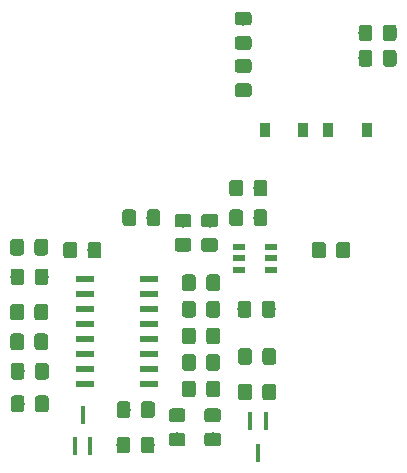
<source format=gbp>
G04 #@! TF.GenerationSoftware,KiCad,Pcbnew,5.0.2-bee76a0~70~ubuntu18.04.1*
G04 #@! TF.CreationDate,2019-08-17T16:59:23+02:00*
G04 #@! TF.ProjectId,HAN_ESP_TSS721,48414e5f-4553-4505-9f54-53533732312e,rev?*
G04 #@! TF.SameCoordinates,Original*
G04 #@! TF.FileFunction,Paste,Bot*
G04 #@! TF.FilePolarity,Positive*
%FSLAX46Y46*%
G04 Gerber Fmt 4.6, Leading zero omitted, Abs format (unit mm)*
G04 Created by KiCad (PCBNEW 5.0.2-bee76a0~70~ubuntu18.04.1) date Sat 17 Aug 2019 04:59:23 PM CEST*
%MOMM*%
%LPD*%
G01*
G04 APERTURE LIST*
%ADD10R,1.500000X0.600000*%
%ADD11C,0.100000*%
%ADD12C,1.150000*%
%ADD13R,0.450000X1.500000*%
%ADD14R,0.900000X1.200000*%
%ADD15R,1.000000X0.550000*%
G04 APERTURE END LIST*
D10*
G04 #@! TO.C,U3*
X40200000Y-100365000D03*
X40200000Y-99095000D03*
X40200000Y-97825000D03*
X40200000Y-96555000D03*
X40200000Y-95285000D03*
X40200000Y-94015000D03*
X40200000Y-92745000D03*
X40200000Y-91475000D03*
X45600000Y-91475000D03*
X45600000Y-92745000D03*
X45600000Y-94015000D03*
X45600000Y-95285000D03*
X45600000Y-96555000D03*
X45600000Y-97825000D03*
X45600000Y-99095000D03*
X45600000Y-100365000D03*
G04 #@! TD*
D11*
G04 #@! TO.C,R13*
G36*
X34824505Y-90551204D02*
X34848773Y-90554804D01*
X34872572Y-90560765D01*
X34895671Y-90569030D01*
X34917850Y-90579520D01*
X34938893Y-90592132D01*
X34958599Y-90606747D01*
X34976777Y-90623223D01*
X34993253Y-90641401D01*
X35007868Y-90661107D01*
X35020480Y-90682150D01*
X35030970Y-90704329D01*
X35039235Y-90727428D01*
X35045196Y-90751227D01*
X35048796Y-90775495D01*
X35050000Y-90799999D01*
X35050000Y-91700001D01*
X35048796Y-91724505D01*
X35045196Y-91748773D01*
X35039235Y-91772572D01*
X35030970Y-91795671D01*
X35020480Y-91817850D01*
X35007868Y-91838893D01*
X34993253Y-91858599D01*
X34976777Y-91876777D01*
X34958599Y-91893253D01*
X34938893Y-91907868D01*
X34917850Y-91920480D01*
X34895671Y-91930970D01*
X34872572Y-91939235D01*
X34848773Y-91945196D01*
X34824505Y-91948796D01*
X34800001Y-91950000D01*
X34149999Y-91950000D01*
X34125495Y-91948796D01*
X34101227Y-91945196D01*
X34077428Y-91939235D01*
X34054329Y-91930970D01*
X34032150Y-91920480D01*
X34011107Y-91907868D01*
X33991401Y-91893253D01*
X33973223Y-91876777D01*
X33956747Y-91858599D01*
X33942132Y-91838893D01*
X33929520Y-91817850D01*
X33919030Y-91795671D01*
X33910765Y-91772572D01*
X33904804Y-91748773D01*
X33901204Y-91724505D01*
X33900000Y-91700001D01*
X33900000Y-90799999D01*
X33901204Y-90775495D01*
X33904804Y-90751227D01*
X33910765Y-90727428D01*
X33919030Y-90704329D01*
X33929520Y-90682150D01*
X33942132Y-90661107D01*
X33956747Y-90641401D01*
X33973223Y-90623223D01*
X33991401Y-90606747D01*
X34011107Y-90592132D01*
X34032150Y-90579520D01*
X34054329Y-90569030D01*
X34077428Y-90560765D01*
X34101227Y-90554804D01*
X34125495Y-90551204D01*
X34149999Y-90550000D01*
X34800001Y-90550000D01*
X34824505Y-90551204D01*
X34824505Y-90551204D01*
G37*
D12*
X34475000Y-91250000D03*
D11*
G36*
X36874505Y-90551204D02*
X36898773Y-90554804D01*
X36922572Y-90560765D01*
X36945671Y-90569030D01*
X36967850Y-90579520D01*
X36988893Y-90592132D01*
X37008599Y-90606747D01*
X37026777Y-90623223D01*
X37043253Y-90641401D01*
X37057868Y-90661107D01*
X37070480Y-90682150D01*
X37080970Y-90704329D01*
X37089235Y-90727428D01*
X37095196Y-90751227D01*
X37098796Y-90775495D01*
X37100000Y-90799999D01*
X37100000Y-91700001D01*
X37098796Y-91724505D01*
X37095196Y-91748773D01*
X37089235Y-91772572D01*
X37080970Y-91795671D01*
X37070480Y-91817850D01*
X37057868Y-91838893D01*
X37043253Y-91858599D01*
X37026777Y-91876777D01*
X37008599Y-91893253D01*
X36988893Y-91907868D01*
X36967850Y-91920480D01*
X36945671Y-91930970D01*
X36922572Y-91939235D01*
X36898773Y-91945196D01*
X36874505Y-91948796D01*
X36850001Y-91950000D01*
X36199999Y-91950000D01*
X36175495Y-91948796D01*
X36151227Y-91945196D01*
X36127428Y-91939235D01*
X36104329Y-91930970D01*
X36082150Y-91920480D01*
X36061107Y-91907868D01*
X36041401Y-91893253D01*
X36023223Y-91876777D01*
X36006747Y-91858599D01*
X35992132Y-91838893D01*
X35979520Y-91817850D01*
X35969030Y-91795671D01*
X35960765Y-91772572D01*
X35954804Y-91748773D01*
X35951204Y-91724505D01*
X35950000Y-91700001D01*
X35950000Y-90799999D01*
X35951204Y-90775495D01*
X35954804Y-90751227D01*
X35960765Y-90727428D01*
X35969030Y-90704329D01*
X35979520Y-90682150D01*
X35992132Y-90661107D01*
X36006747Y-90641401D01*
X36023223Y-90623223D01*
X36041401Y-90606747D01*
X36061107Y-90592132D01*
X36082150Y-90579520D01*
X36104329Y-90569030D01*
X36127428Y-90560765D01*
X36151227Y-90554804D01*
X36175495Y-90551204D01*
X36199999Y-90550000D01*
X36850001Y-90550000D01*
X36874505Y-90551204D01*
X36874505Y-90551204D01*
G37*
D12*
X36525000Y-91250000D03*
G04 #@! TD*
D11*
G04 #@! TO.C,R15*
G36*
X49349505Y-97801204D02*
X49373773Y-97804804D01*
X49397572Y-97810765D01*
X49420671Y-97819030D01*
X49442850Y-97829520D01*
X49463893Y-97842132D01*
X49483599Y-97856747D01*
X49501777Y-97873223D01*
X49518253Y-97891401D01*
X49532868Y-97911107D01*
X49545480Y-97932150D01*
X49555970Y-97954329D01*
X49564235Y-97977428D01*
X49570196Y-98001227D01*
X49573796Y-98025495D01*
X49575000Y-98049999D01*
X49575000Y-98950001D01*
X49573796Y-98974505D01*
X49570196Y-98998773D01*
X49564235Y-99022572D01*
X49555970Y-99045671D01*
X49545480Y-99067850D01*
X49532868Y-99088893D01*
X49518253Y-99108599D01*
X49501777Y-99126777D01*
X49483599Y-99143253D01*
X49463893Y-99157868D01*
X49442850Y-99170480D01*
X49420671Y-99180970D01*
X49397572Y-99189235D01*
X49373773Y-99195196D01*
X49349505Y-99198796D01*
X49325001Y-99200000D01*
X48674999Y-99200000D01*
X48650495Y-99198796D01*
X48626227Y-99195196D01*
X48602428Y-99189235D01*
X48579329Y-99180970D01*
X48557150Y-99170480D01*
X48536107Y-99157868D01*
X48516401Y-99143253D01*
X48498223Y-99126777D01*
X48481747Y-99108599D01*
X48467132Y-99088893D01*
X48454520Y-99067850D01*
X48444030Y-99045671D01*
X48435765Y-99022572D01*
X48429804Y-98998773D01*
X48426204Y-98974505D01*
X48425000Y-98950001D01*
X48425000Y-98049999D01*
X48426204Y-98025495D01*
X48429804Y-98001227D01*
X48435765Y-97977428D01*
X48444030Y-97954329D01*
X48454520Y-97932150D01*
X48467132Y-97911107D01*
X48481747Y-97891401D01*
X48498223Y-97873223D01*
X48516401Y-97856747D01*
X48536107Y-97842132D01*
X48557150Y-97829520D01*
X48579329Y-97819030D01*
X48602428Y-97810765D01*
X48626227Y-97804804D01*
X48650495Y-97801204D01*
X48674999Y-97800000D01*
X49325001Y-97800000D01*
X49349505Y-97801204D01*
X49349505Y-97801204D01*
G37*
D12*
X49000000Y-98500000D03*
D11*
G36*
X51399505Y-97801204D02*
X51423773Y-97804804D01*
X51447572Y-97810765D01*
X51470671Y-97819030D01*
X51492850Y-97829520D01*
X51513893Y-97842132D01*
X51533599Y-97856747D01*
X51551777Y-97873223D01*
X51568253Y-97891401D01*
X51582868Y-97911107D01*
X51595480Y-97932150D01*
X51605970Y-97954329D01*
X51614235Y-97977428D01*
X51620196Y-98001227D01*
X51623796Y-98025495D01*
X51625000Y-98049999D01*
X51625000Y-98950001D01*
X51623796Y-98974505D01*
X51620196Y-98998773D01*
X51614235Y-99022572D01*
X51605970Y-99045671D01*
X51595480Y-99067850D01*
X51582868Y-99088893D01*
X51568253Y-99108599D01*
X51551777Y-99126777D01*
X51533599Y-99143253D01*
X51513893Y-99157868D01*
X51492850Y-99170480D01*
X51470671Y-99180970D01*
X51447572Y-99189235D01*
X51423773Y-99195196D01*
X51399505Y-99198796D01*
X51375001Y-99200000D01*
X50724999Y-99200000D01*
X50700495Y-99198796D01*
X50676227Y-99195196D01*
X50652428Y-99189235D01*
X50629329Y-99180970D01*
X50607150Y-99170480D01*
X50586107Y-99157868D01*
X50566401Y-99143253D01*
X50548223Y-99126777D01*
X50531747Y-99108599D01*
X50517132Y-99088893D01*
X50504520Y-99067850D01*
X50494030Y-99045671D01*
X50485765Y-99022572D01*
X50479804Y-98998773D01*
X50476204Y-98974505D01*
X50475000Y-98950001D01*
X50475000Y-98049999D01*
X50476204Y-98025495D01*
X50479804Y-98001227D01*
X50485765Y-97977428D01*
X50494030Y-97954329D01*
X50504520Y-97932150D01*
X50517132Y-97911107D01*
X50531747Y-97891401D01*
X50548223Y-97873223D01*
X50566401Y-97856747D01*
X50586107Y-97842132D01*
X50607150Y-97829520D01*
X50629329Y-97819030D01*
X50652428Y-97810765D01*
X50676227Y-97804804D01*
X50700495Y-97801204D01*
X50724999Y-97800000D01*
X51375001Y-97800000D01*
X51399505Y-97801204D01*
X51399505Y-97801204D01*
G37*
D12*
X51050000Y-98500000D03*
G04 #@! TD*
D11*
G04 #@! TO.C,R18*
G36*
X34799505Y-88051204D02*
X34823773Y-88054804D01*
X34847572Y-88060765D01*
X34870671Y-88069030D01*
X34892850Y-88079520D01*
X34913893Y-88092132D01*
X34933599Y-88106747D01*
X34951777Y-88123223D01*
X34968253Y-88141401D01*
X34982868Y-88161107D01*
X34995480Y-88182150D01*
X35005970Y-88204329D01*
X35014235Y-88227428D01*
X35020196Y-88251227D01*
X35023796Y-88275495D01*
X35025000Y-88299999D01*
X35025000Y-89200001D01*
X35023796Y-89224505D01*
X35020196Y-89248773D01*
X35014235Y-89272572D01*
X35005970Y-89295671D01*
X34995480Y-89317850D01*
X34982868Y-89338893D01*
X34968253Y-89358599D01*
X34951777Y-89376777D01*
X34933599Y-89393253D01*
X34913893Y-89407868D01*
X34892850Y-89420480D01*
X34870671Y-89430970D01*
X34847572Y-89439235D01*
X34823773Y-89445196D01*
X34799505Y-89448796D01*
X34775001Y-89450000D01*
X34124999Y-89450000D01*
X34100495Y-89448796D01*
X34076227Y-89445196D01*
X34052428Y-89439235D01*
X34029329Y-89430970D01*
X34007150Y-89420480D01*
X33986107Y-89407868D01*
X33966401Y-89393253D01*
X33948223Y-89376777D01*
X33931747Y-89358599D01*
X33917132Y-89338893D01*
X33904520Y-89317850D01*
X33894030Y-89295671D01*
X33885765Y-89272572D01*
X33879804Y-89248773D01*
X33876204Y-89224505D01*
X33875000Y-89200001D01*
X33875000Y-88299999D01*
X33876204Y-88275495D01*
X33879804Y-88251227D01*
X33885765Y-88227428D01*
X33894030Y-88204329D01*
X33904520Y-88182150D01*
X33917132Y-88161107D01*
X33931747Y-88141401D01*
X33948223Y-88123223D01*
X33966401Y-88106747D01*
X33986107Y-88092132D01*
X34007150Y-88079520D01*
X34029329Y-88069030D01*
X34052428Y-88060765D01*
X34076227Y-88054804D01*
X34100495Y-88051204D01*
X34124999Y-88050000D01*
X34775001Y-88050000D01*
X34799505Y-88051204D01*
X34799505Y-88051204D01*
G37*
D12*
X34450000Y-88750000D03*
D11*
G36*
X36849505Y-88051204D02*
X36873773Y-88054804D01*
X36897572Y-88060765D01*
X36920671Y-88069030D01*
X36942850Y-88079520D01*
X36963893Y-88092132D01*
X36983599Y-88106747D01*
X37001777Y-88123223D01*
X37018253Y-88141401D01*
X37032868Y-88161107D01*
X37045480Y-88182150D01*
X37055970Y-88204329D01*
X37064235Y-88227428D01*
X37070196Y-88251227D01*
X37073796Y-88275495D01*
X37075000Y-88299999D01*
X37075000Y-89200001D01*
X37073796Y-89224505D01*
X37070196Y-89248773D01*
X37064235Y-89272572D01*
X37055970Y-89295671D01*
X37045480Y-89317850D01*
X37032868Y-89338893D01*
X37018253Y-89358599D01*
X37001777Y-89376777D01*
X36983599Y-89393253D01*
X36963893Y-89407868D01*
X36942850Y-89420480D01*
X36920671Y-89430970D01*
X36897572Y-89439235D01*
X36873773Y-89445196D01*
X36849505Y-89448796D01*
X36825001Y-89450000D01*
X36174999Y-89450000D01*
X36150495Y-89448796D01*
X36126227Y-89445196D01*
X36102428Y-89439235D01*
X36079329Y-89430970D01*
X36057150Y-89420480D01*
X36036107Y-89407868D01*
X36016401Y-89393253D01*
X35998223Y-89376777D01*
X35981747Y-89358599D01*
X35967132Y-89338893D01*
X35954520Y-89317850D01*
X35944030Y-89295671D01*
X35935765Y-89272572D01*
X35929804Y-89248773D01*
X35926204Y-89224505D01*
X35925000Y-89200001D01*
X35925000Y-88299999D01*
X35926204Y-88275495D01*
X35929804Y-88251227D01*
X35935765Y-88227428D01*
X35944030Y-88204329D01*
X35954520Y-88182150D01*
X35967132Y-88161107D01*
X35981747Y-88141401D01*
X35998223Y-88123223D01*
X36016401Y-88106747D01*
X36036107Y-88092132D01*
X36057150Y-88079520D01*
X36079329Y-88069030D01*
X36102428Y-88060765D01*
X36126227Y-88054804D01*
X36150495Y-88051204D01*
X36174999Y-88050000D01*
X36825001Y-88050000D01*
X36849505Y-88051204D01*
X36849505Y-88051204D01*
G37*
D12*
X36500000Y-88750000D03*
G04 #@! TD*
D11*
G04 #@! TO.C,R17*
G36*
X43799505Y-104801204D02*
X43823773Y-104804804D01*
X43847572Y-104810765D01*
X43870671Y-104819030D01*
X43892850Y-104829520D01*
X43913893Y-104842132D01*
X43933599Y-104856747D01*
X43951777Y-104873223D01*
X43968253Y-104891401D01*
X43982868Y-104911107D01*
X43995480Y-104932150D01*
X44005970Y-104954329D01*
X44014235Y-104977428D01*
X44020196Y-105001227D01*
X44023796Y-105025495D01*
X44025000Y-105049999D01*
X44025000Y-105950001D01*
X44023796Y-105974505D01*
X44020196Y-105998773D01*
X44014235Y-106022572D01*
X44005970Y-106045671D01*
X43995480Y-106067850D01*
X43982868Y-106088893D01*
X43968253Y-106108599D01*
X43951777Y-106126777D01*
X43933599Y-106143253D01*
X43913893Y-106157868D01*
X43892850Y-106170480D01*
X43870671Y-106180970D01*
X43847572Y-106189235D01*
X43823773Y-106195196D01*
X43799505Y-106198796D01*
X43775001Y-106200000D01*
X43124999Y-106200000D01*
X43100495Y-106198796D01*
X43076227Y-106195196D01*
X43052428Y-106189235D01*
X43029329Y-106180970D01*
X43007150Y-106170480D01*
X42986107Y-106157868D01*
X42966401Y-106143253D01*
X42948223Y-106126777D01*
X42931747Y-106108599D01*
X42917132Y-106088893D01*
X42904520Y-106067850D01*
X42894030Y-106045671D01*
X42885765Y-106022572D01*
X42879804Y-105998773D01*
X42876204Y-105974505D01*
X42875000Y-105950001D01*
X42875000Y-105049999D01*
X42876204Y-105025495D01*
X42879804Y-105001227D01*
X42885765Y-104977428D01*
X42894030Y-104954329D01*
X42904520Y-104932150D01*
X42917132Y-104911107D01*
X42931747Y-104891401D01*
X42948223Y-104873223D01*
X42966401Y-104856747D01*
X42986107Y-104842132D01*
X43007150Y-104829520D01*
X43029329Y-104819030D01*
X43052428Y-104810765D01*
X43076227Y-104804804D01*
X43100495Y-104801204D01*
X43124999Y-104800000D01*
X43775001Y-104800000D01*
X43799505Y-104801204D01*
X43799505Y-104801204D01*
G37*
D12*
X43450000Y-105500000D03*
D11*
G36*
X45849505Y-104801204D02*
X45873773Y-104804804D01*
X45897572Y-104810765D01*
X45920671Y-104819030D01*
X45942850Y-104829520D01*
X45963893Y-104842132D01*
X45983599Y-104856747D01*
X46001777Y-104873223D01*
X46018253Y-104891401D01*
X46032868Y-104911107D01*
X46045480Y-104932150D01*
X46055970Y-104954329D01*
X46064235Y-104977428D01*
X46070196Y-105001227D01*
X46073796Y-105025495D01*
X46075000Y-105049999D01*
X46075000Y-105950001D01*
X46073796Y-105974505D01*
X46070196Y-105998773D01*
X46064235Y-106022572D01*
X46055970Y-106045671D01*
X46045480Y-106067850D01*
X46032868Y-106088893D01*
X46018253Y-106108599D01*
X46001777Y-106126777D01*
X45983599Y-106143253D01*
X45963893Y-106157868D01*
X45942850Y-106170480D01*
X45920671Y-106180970D01*
X45897572Y-106189235D01*
X45873773Y-106195196D01*
X45849505Y-106198796D01*
X45825001Y-106200000D01*
X45174999Y-106200000D01*
X45150495Y-106198796D01*
X45126227Y-106195196D01*
X45102428Y-106189235D01*
X45079329Y-106180970D01*
X45057150Y-106170480D01*
X45036107Y-106157868D01*
X45016401Y-106143253D01*
X44998223Y-106126777D01*
X44981747Y-106108599D01*
X44967132Y-106088893D01*
X44954520Y-106067850D01*
X44944030Y-106045671D01*
X44935765Y-106022572D01*
X44929804Y-105998773D01*
X44926204Y-105974505D01*
X44925000Y-105950001D01*
X44925000Y-105049999D01*
X44926204Y-105025495D01*
X44929804Y-105001227D01*
X44935765Y-104977428D01*
X44944030Y-104954329D01*
X44954520Y-104932150D01*
X44967132Y-104911107D01*
X44981747Y-104891401D01*
X44998223Y-104873223D01*
X45016401Y-104856747D01*
X45036107Y-104842132D01*
X45057150Y-104829520D01*
X45079329Y-104819030D01*
X45102428Y-104810765D01*
X45126227Y-104804804D01*
X45150495Y-104801204D01*
X45174999Y-104800000D01*
X45825001Y-104800000D01*
X45849505Y-104801204D01*
X45849505Y-104801204D01*
G37*
D12*
X45500000Y-105500000D03*
G04 #@! TD*
D11*
G04 #@! TO.C,R19*
G36*
X36849505Y-93551204D02*
X36873773Y-93554804D01*
X36897572Y-93560765D01*
X36920671Y-93569030D01*
X36942850Y-93579520D01*
X36963893Y-93592132D01*
X36983599Y-93606747D01*
X37001777Y-93623223D01*
X37018253Y-93641401D01*
X37032868Y-93661107D01*
X37045480Y-93682150D01*
X37055970Y-93704329D01*
X37064235Y-93727428D01*
X37070196Y-93751227D01*
X37073796Y-93775495D01*
X37075000Y-93799999D01*
X37075000Y-94700001D01*
X37073796Y-94724505D01*
X37070196Y-94748773D01*
X37064235Y-94772572D01*
X37055970Y-94795671D01*
X37045480Y-94817850D01*
X37032868Y-94838893D01*
X37018253Y-94858599D01*
X37001777Y-94876777D01*
X36983599Y-94893253D01*
X36963893Y-94907868D01*
X36942850Y-94920480D01*
X36920671Y-94930970D01*
X36897572Y-94939235D01*
X36873773Y-94945196D01*
X36849505Y-94948796D01*
X36825001Y-94950000D01*
X36174999Y-94950000D01*
X36150495Y-94948796D01*
X36126227Y-94945196D01*
X36102428Y-94939235D01*
X36079329Y-94930970D01*
X36057150Y-94920480D01*
X36036107Y-94907868D01*
X36016401Y-94893253D01*
X35998223Y-94876777D01*
X35981747Y-94858599D01*
X35967132Y-94838893D01*
X35954520Y-94817850D01*
X35944030Y-94795671D01*
X35935765Y-94772572D01*
X35929804Y-94748773D01*
X35926204Y-94724505D01*
X35925000Y-94700001D01*
X35925000Y-93799999D01*
X35926204Y-93775495D01*
X35929804Y-93751227D01*
X35935765Y-93727428D01*
X35944030Y-93704329D01*
X35954520Y-93682150D01*
X35967132Y-93661107D01*
X35981747Y-93641401D01*
X35998223Y-93623223D01*
X36016401Y-93606747D01*
X36036107Y-93592132D01*
X36057150Y-93579520D01*
X36079329Y-93569030D01*
X36102428Y-93560765D01*
X36126227Y-93554804D01*
X36150495Y-93551204D01*
X36174999Y-93550000D01*
X36825001Y-93550000D01*
X36849505Y-93551204D01*
X36849505Y-93551204D01*
G37*
D12*
X36500000Y-94250000D03*
D11*
G36*
X34799505Y-93551204D02*
X34823773Y-93554804D01*
X34847572Y-93560765D01*
X34870671Y-93569030D01*
X34892850Y-93579520D01*
X34913893Y-93592132D01*
X34933599Y-93606747D01*
X34951777Y-93623223D01*
X34968253Y-93641401D01*
X34982868Y-93661107D01*
X34995480Y-93682150D01*
X35005970Y-93704329D01*
X35014235Y-93727428D01*
X35020196Y-93751227D01*
X35023796Y-93775495D01*
X35025000Y-93799999D01*
X35025000Y-94700001D01*
X35023796Y-94724505D01*
X35020196Y-94748773D01*
X35014235Y-94772572D01*
X35005970Y-94795671D01*
X34995480Y-94817850D01*
X34982868Y-94838893D01*
X34968253Y-94858599D01*
X34951777Y-94876777D01*
X34933599Y-94893253D01*
X34913893Y-94907868D01*
X34892850Y-94920480D01*
X34870671Y-94930970D01*
X34847572Y-94939235D01*
X34823773Y-94945196D01*
X34799505Y-94948796D01*
X34775001Y-94950000D01*
X34124999Y-94950000D01*
X34100495Y-94948796D01*
X34076227Y-94945196D01*
X34052428Y-94939235D01*
X34029329Y-94930970D01*
X34007150Y-94920480D01*
X33986107Y-94907868D01*
X33966401Y-94893253D01*
X33948223Y-94876777D01*
X33931747Y-94858599D01*
X33917132Y-94838893D01*
X33904520Y-94817850D01*
X33894030Y-94795671D01*
X33885765Y-94772572D01*
X33879804Y-94748773D01*
X33876204Y-94724505D01*
X33875000Y-94700001D01*
X33875000Y-93799999D01*
X33876204Y-93775495D01*
X33879804Y-93751227D01*
X33885765Y-93727428D01*
X33894030Y-93704329D01*
X33904520Y-93682150D01*
X33917132Y-93661107D01*
X33931747Y-93641401D01*
X33948223Y-93623223D01*
X33966401Y-93606747D01*
X33986107Y-93592132D01*
X34007150Y-93579520D01*
X34029329Y-93569030D01*
X34052428Y-93560765D01*
X34076227Y-93554804D01*
X34100495Y-93551204D01*
X34124999Y-93550000D01*
X34775001Y-93550000D01*
X34799505Y-93551204D01*
X34799505Y-93551204D01*
G37*
D12*
X34450000Y-94250000D03*
G04 #@! TD*
D11*
G04 #@! TO.C,R20*
G36*
X48474505Y-102401204D02*
X48498773Y-102404804D01*
X48522572Y-102410765D01*
X48545671Y-102419030D01*
X48567850Y-102429520D01*
X48588893Y-102442132D01*
X48608599Y-102456747D01*
X48626777Y-102473223D01*
X48643253Y-102491401D01*
X48657868Y-102511107D01*
X48670480Y-102532150D01*
X48680970Y-102554329D01*
X48689235Y-102577428D01*
X48695196Y-102601227D01*
X48698796Y-102625495D01*
X48700000Y-102649999D01*
X48700000Y-103300001D01*
X48698796Y-103324505D01*
X48695196Y-103348773D01*
X48689235Y-103372572D01*
X48680970Y-103395671D01*
X48670480Y-103417850D01*
X48657868Y-103438893D01*
X48643253Y-103458599D01*
X48626777Y-103476777D01*
X48608599Y-103493253D01*
X48588893Y-103507868D01*
X48567850Y-103520480D01*
X48545671Y-103530970D01*
X48522572Y-103539235D01*
X48498773Y-103545196D01*
X48474505Y-103548796D01*
X48450001Y-103550000D01*
X47549999Y-103550000D01*
X47525495Y-103548796D01*
X47501227Y-103545196D01*
X47477428Y-103539235D01*
X47454329Y-103530970D01*
X47432150Y-103520480D01*
X47411107Y-103507868D01*
X47391401Y-103493253D01*
X47373223Y-103476777D01*
X47356747Y-103458599D01*
X47342132Y-103438893D01*
X47329520Y-103417850D01*
X47319030Y-103395671D01*
X47310765Y-103372572D01*
X47304804Y-103348773D01*
X47301204Y-103324505D01*
X47300000Y-103300001D01*
X47300000Y-102649999D01*
X47301204Y-102625495D01*
X47304804Y-102601227D01*
X47310765Y-102577428D01*
X47319030Y-102554329D01*
X47329520Y-102532150D01*
X47342132Y-102511107D01*
X47356747Y-102491401D01*
X47373223Y-102473223D01*
X47391401Y-102456747D01*
X47411107Y-102442132D01*
X47432150Y-102429520D01*
X47454329Y-102419030D01*
X47477428Y-102410765D01*
X47501227Y-102404804D01*
X47525495Y-102401204D01*
X47549999Y-102400000D01*
X48450001Y-102400000D01*
X48474505Y-102401204D01*
X48474505Y-102401204D01*
G37*
D12*
X48000000Y-102975000D03*
D11*
G36*
X48474505Y-104451204D02*
X48498773Y-104454804D01*
X48522572Y-104460765D01*
X48545671Y-104469030D01*
X48567850Y-104479520D01*
X48588893Y-104492132D01*
X48608599Y-104506747D01*
X48626777Y-104523223D01*
X48643253Y-104541401D01*
X48657868Y-104561107D01*
X48670480Y-104582150D01*
X48680970Y-104604329D01*
X48689235Y-104627428D01*
X48695196Y-104651227D01*
X48698796Y-104675495D01*
X48700000Y-104699999D01*
X48700000Y-105350001D01*
X48698796Y-105374505D01*
X48695196Y-105398773D01*
X48689235Y-105422572D01*
X48680970Y-105445671D01*
X48670480Y-105467850D01*
X48657868Y-105488893D01*
X48643253Y-105508599D01*
X48626777Y-105526777D01*
X48608599Y-105543253D01*
X48588893Y-105557868D01*
X48567850Y-105570480D01*
X48545671Y-105580970D01*
X48522572Y-105589235D01*
X48498773Y-105595196D01*
X48474505Y-105598796D01*
X48450001Y-105600000D01*
X47549999Y-105600000D01*
X47525495Y-105598796D01*
X47501227Y-105595196D01*
X47477428Y-105589235D01*
X47454329Y-105580970D01*
X47432150Y-105570480D01*
X47411107Y-105557868D01*
X47391401Y-105543253D01*
X47373223Y-105526777D01*
X47356747Y-105508599D01*
X47342132Y-105488893D01*
X47329520Y-105467850D01*
X47319030Y-105445671D01*
X47310765Y-105422572D01*
X47304804Y-105398773D01*
X47301204Y-105374505D01*
X47300000Y-105350001D01*
X47300000Y-104699999D01*
X47301204Y-104675495D01*
X47304804Y-104651227D01*
X47310765Y-104627428D01*
X47319030Y-104604329D01*
X47329520Y-104582150D01*
X47342132Y-104561107D01*
X47356747Y-104541401D01*
X47373223Y-104523223D01*
X47391401Y-104506747D01*
X47411107Y-104492132D01*
X47432150Y-104479520D01*
X47454329Y-104469030D01*
X47477428Y-104460765D01*
X47501227Y-104454804D01*
X47525495Y-104451204D01*
X47549999Y-104450000D01*
X48450001Y-104450000D01*
X48474505Y-104451204D01*
X48474505Y-104451204D01*
G37*
D12*
X48000000Y-105025000D03*
G04 #@! TD*
D11*
G04 #@! TO.C,R11*
G36*
X44299505Y-85551204D02*
X44323773Y-85554804D01*
X44347572Y-85560765D01*
X44370671Y-85569030D01*
X44392850Y-85579520D01*
X44413893Y-85592132D01*
X44433599Y-85606747D01*
X44451777Y-85623223D01*
X44468253Y-85641401D01*
X44482868Y-85661107D01*
X44495480Y-85682150D01*
X44505970Y-85704329D01*
X44514235Y-85727428D01*
X44520196Y-85751227D01*
X44523796Y-85775495D01*
X44525000Y-85799999D01*
X44525000Y-86700001D01*
X44523796Y-86724505D01*
X44520196Y-86748773D01*
X44514235Y-86772572D01*
X44505970Y-86795671D01*
X44495480Y-86817850D01*
X44482868Y-86838893D01*
X44468253Y-86858599D01*
X44451777Y-86876777D01*
X44433599Y-86893253D01*
X44413893Y-86907868D01*
X44392850Y-86920480D01*
X44370671Y-86930970D01*
X44347572Y-86939235D01*
X44323773Y-86945196D01*
X44299505Y-86948796D01*
X44275001Y-86950000D01*
X43624999Y-86950000D01*
X43600495Y-86948796D01*
X43576227Y-86945196D01*
X43552428Y-86939235D01*
X43529329Y-86930970D01*
X43507150Y-86920480D01*
X43486107Y-86907868D01*
X43466401Y-86893253D01*
X43448223Y-86876777D01*
X43431747Y-86858599D01*
X43417132Y-86838893D01*
X43404520Y-86817850D01*
X43394030Y-86795671D01*
X43385765Y-86772572D01*
X43379804Y-86748773D01*
X43376204Y-86724505D01*
X43375000Y-86700001D01*
X43375000Y-85799999D01*
X43376204Y-85775495D01*
X43379804Y-85751227D01*
X43385765Y-85727428D01*
X43394030Y-85704329D01*
X43404520Y-85682150D01*
X43417132Y-85661107D01*
X43431747Y-85641401D01*
X43448223Y-85623223D01*
X43466401Y-85606747D01*
X43486107Y-85592132D01*
X43507150Y-85579520D01*
X43529329Y-85569030D01*
X43552428Y-85560765D01*
X43576227Y-85554804D01*
X43600495Y-85551204D01*
X43624999Y-85550000D01*
X44275001Y-85550000D01*
X44299505Y-85551204D01*
X44299505Y-85551204D01*
G37*
D12*
X43950000Y-86250000D03*
D11*
G36*
X46349505Y-85551204D02*
X46373773Y-85554804D01*
X46397572Y-85560765D01*
X46420671Y-85569030D01*
X46442850Y-85579520D01*
X46463893Y-85592132D01*
X46483599Y-85606747D01*
X46501777Y-85623223D01*
X46518253Y-85641401D01*
X46532868Y-85661107D01*
X46545480Y-85682150D01*
X46555970Y-85704329D01*
X46564235Y-85727428D01*
X46570196Y-85751227D01*
X46573796Y-85775495D01*
X46575000Y-85799999D01*
X46575000Y-86700001D01*
X46573796Y-86724505D01*
X46570196Y-86748773D01*
X46564235Y-86772572D01*
X46555970Y-86795671D01*
X46545480Y-86817850D01*
X46532868Y-86838893D01*
X46518253Y-86858599D01*
X46501777Y-86876777D01*
X46483599Y-86893253D01*
X46463893Y-86907868D01*
X46442850Y-86920480D01*
X46420671Y-86930970D01*
X46397572Y-86939235D01*
X46373773Y-86945196D01*
X46349505Y-86948796D01*
X46325001Y-86950000D01*
X45674999Y-86950000D01*
X45650495Y-86948796D01*
X45626227Y-86945196D01*
X45602428Y-86939235D01*
X45579329Y-86930970D01*
X45557150Y-86920480D01*
X45536107Y-86907868D01*
X45516401Y-86893253D01*
X45498223Y-86876777D01*
X45481747Y-86858599D01*
X45467132Y-86838893D01*
X45454520Y-86817850D01*
X45444030Y-86795671D01*
X45435765Y-86772572D01*
X45429804Y-86748773D01*
X45426204Y-86724505D01*
X45425000Y-86700001D01*
X45425000Y-85799999D01*
X45426204Y-85775495D01*
X45429804Y-85751227D01*
X45435765Y-85727428D01*
X45444030Y-85704329D01*
X45454520Y-85682150D01*
X45467132Y-85661107D01*
X45481747Y-85641401D01*
X45498223Y-85623223D01*
X45516401Y-85606747D01*
X45536107Y-85592132D01*
X45557150Y-85579520D01*
X45579329Y-85569030D01*
X45602428Y-85560765D01*
X45626227Y-85554804D01*
X45650495Y-85551204D01*
X45674999Y-85550000D01*
X46325001Y-85550000D01*
X46349505Y-85551204D01*
X46349505Y-85551204D01*
G37*
D12*
X46000000Y-86250000D03*
G04 #@! TD*
D11*
G04 #@! TO.C,R12*
G36*
X34849505Y-98551204D02*
X34873773Y-98554804D01*
X34897572Y-98560765D01*
X34920671Y-98569030D01*
X34942850Y-98579520D01*
X34963893Y-98592132D01*
X34983599Y-98606747D01*
X35001777Y-98623223D01*
X35018253Y-98641401D01*
X35032868Y-98661107D01*
X35045480Y-98682150D01*
X35055970Y-98704329D01*
X35064235Y-98727428D01*
X35070196Y-98751227D01*
X35073796Y-98775495D01*
X35075000Y-98799999D01*
X35075000Y-99700001D01*
X35073796Y-99724505D01*
X35070196Y-99748773D01*
X35064235Y-99772572D01*
X35055970Y-99795671D01*
X35045480Y-99817850D01*
X35032868Y-99838893D01*
X35018253Y-99858599D01*
X35001777Y-99876777D01*
X34983599Y-99893253D01*
X34963893Y-99907868D01*
X34942850Y-99920480D01*
X34920671Y-99930970D01*
X34897572Y-99939235D01*
X34873773Y-99945196D01*
X34849505Y-99948796D01*
X34825001Y-99950000D01*
X34174999Y-99950000D01*
X34150495Y-99948796D01*
X34126227Y-99945196D01*
X34102428Y-99939235D01*
X34079329Y-99930970D01*
X34057150Y-99920480D01*
X34036107Y-99907868D01*
X34016401Y-99893253D01*
X33998223Y-99876777D01*
X33981747Y-99858599D01*
X33967132Y-99838893D01*
X33954520Y-99817850D01*
X33944030Y-99795671D01*
X33935765Y-99772572D01*
X33929804Y-99748773D01*
X33926204Y-99724505D01*
X33925000Y-99700001D01*
X33925000Y-98799999D01*
X33926204Y-98775495D01*
X33929804Y-98751227D01*
X33935765Y-98727428D01*
X33944030Y-98704329D01*
X33954520Y-98682150D01*
X33967132Y-98661107D01*
X33981747Y-98641401D01*
X33998223Y-98623223D01*
X34016401Y-98606747D01*
X34036107Y-98592132D01*
X34057150Y-98579520D01*
X34079329Y-98569030D01*
X34102428Y-98560765D01*
X34126227Y-98554804D01*
X34150495Y-98551204D01*
X34174999Y-98550000D01*
X34825001Y-98550000D01*
X34849505Y-98551204D01*
X34849505Y-98551204D01*
G37*
D12*
X34500000Y-99250000D03*
D11*
G36*
X36899505Y-98551204D02*
X36923773Y-98554804D01*
X36947572Y-98560765D01*
X36970671Y-98569030D01*
X36992850Y-98579520D01*
X37013893Y-98592132D01*
X37033599Y-98606747D01*
X37051777Y-98623223D01*
X37068253Y-98641401D01*
X37082868Y-98661107D01*
X37095480Y-98682150D01*
X37105970Y-98704329D01*
X37114235Y-98727428D01*
X37120196Y-98751227D01*
X37123796Y-98775495D01*
X37125000Y-98799999D01*
X37125000Y-99700001D01*
X37123796Y-99724505D01*
X37120196Y-99748773D01*
X37114235Y-99772572D01*
X37105970Y-99795671D01*
X37095480Y-99817850D01*
X37082868Y-99838893D01*
X37068253Y-99858599D01*
X37051777Y-99876777D01*
X37033599Y-99893253D01*
X37013893Y-99907868D01*
X36992850Y-99920480D01*
X36970671Y-99930970D01*
X36947572Y-99939235D01*
X36923773Y-99945196D01*
X36899505Y-99948796D01*
X36875001Y-99950000D01*
X36224999Y-99950000D01*
X36200495Y-99948796D01*
X36176227Y-99945196D01*
X36152428Y-99939235D01*
X36129329Y-99930970D01*
X36107150Y-99920480D01*
X36086107Y-99907868D01*
X36066401Y-99893253D01*
X36048223Y-99876777D01*
X36031747Y-99858599D01*
X36017132Y-99838893D01*
X36004520Y-99817850D01*
X35994030Y-99795671D01*
X35985765Y-99772572D01*
X35979804Y-99748773D01*
X35976204Y-99724505D01*
X35975000Y-99700001D01*
X35975000Y-98799999D01*
X35976204Y-98775495D01*
X35979804Y-98751227D01*
X35985765Y-98727428D01*
X35994030Y-98704329D01*
X36004520Y-98682150D01*
X36017132Y-98661107D01*
X36031747Y-98641401D01*
X36048223Y-98623223D01*
X36066401Y-98606747D01*
X36086107Y-98592132D01*
X36107150Y-98579520D01*
X36129329Y-98569030D01*
X36152428Y-98560765D01*
X36176227Y-98554804D01*
X36200495Y-98551204D01*
X36224999Y-98550000D01*
X36875001Y-98550000D01*
X36899505Y-98551204D01*
X36899505Y-98551204D01*
G37*
D12*
X36550000Y-99250000D03*
G04 #@! TD*
D11*
G04 #@! TO.C,R16*
G36*
X49349505Y-95551204D02*
X49373773Y-95554804D01*
X49397572Y-95560765D01*
X49420671Y-95569030D01*
X49442850Y-95579520D01*
X49463893Y-95592132D01*
X49483599Y-95606747D01*
X49501777Y-95623223D01*
X49518253Y-95641401D01*
X49532868Y-95661107D01*
X49545480Y-95682150D01*
X49555970Y-95704329D01*
X49564235Y-95727428D01*
X49570196Y-95751227D01*
X49573796Y-95775495D01*
X49575000Y-95799999D01*
X49575000Y-96700001D01*
X49573796Y-96724505D01*
X49570196Y-96748773D01*
X49564235Y-96772572D01*
X49555970Y-96795671D01*
X49545480Y-96817850D01*
X49532868Y-96838893D01*
X49518253Y-96858599D01*
X49501777Y-96876777D01*
X49483599Y-96893253D01*
X49463893Y-96907868D01*
X49442850Y-96920480D01*
X49420671Y-96930970D01*
X49397572Y-96939235D01*
X49373773Y-96945196D01*
X49349505Y-96948796D01*
X49325001Y-96950000D01*
X48674999Y-96950000D01*
X48650495Y-96948796D01*
X48626227Y-96945196D01*
X48602428Y-96939235D01*
X48579329Y-96930970D01*
X48557150Y-96920480D01*
X48536107Y-96907868D01*
X48516401Y-96893253D01*
X48498223Y-96876777D01*
X48481747Y-96858599D01*
X48467132Y-96838893D01*
X48454520Y-96817850D01*
X48444030Y-96795671D01*
X48435765Y-96772572D01*
X48429804Y-96748773D01*
X48426204Y-96724505D01*
X48425000Y-96700001D01*
X48425000Y-95799999D01*
X48426204Y-95775495D01*
X48429804Y-95751227D01*
X48435765Y-95727428D01*
X48444030Y-95704329D01*
X48454520Y-95682150D01*
X48467132Y-95661107D01*
X48481747Y-95641401D01*
X48498223Y-95623223D01*
X48516401Y-95606747D01*
X48536107Y-95592132D01*
X48557150Y-95579520D01*
X48579329Y-95569030D01*
X48602428Y-95560765D01*
X48626227Y-95554804D01*
X48650495Y-95551204D01*
X48674999Y-95550000D01*
X49325001Y-95550000D01*
X49349505Y-95551204D01*
X49349505Y-95551204D01*
G37*
D12*
X49000000Y-96250000D03*
D11*
G36*
X51399505Y-95551204D02*
X51423773Y-95554804D01*
X51447572Y-95560765D01*
X51470671Y-95569030D01*
X51492850Y-95579520D01*
X51513893Y-95592132D01*
X51533599Y-95606747D01*
X51551777Y-95623223D01*
X51568253Y-95641401D01*
X51582868Y-95661107D01*
X51595480Y-95682150D01*
X51605970Y-95704329D01*
X51614235Y-95727428D01*
X51620196Y-95751227D01*
X51623796Y-95775495D01*
X51625000Y-95799999D01*
X51625000Y-96700001D01*
X51623796Y-96724505D01*
X51620196Y-96748773D01*
X51614235Y-96772572D01*
X51605970Y-96795671D01*
X51595480Y-96817850D01*
X51582868Y-96838893D01*
X51568253Y-96858599D01*
X51551777Y-96876777D01*
X51533599Y-96893253D01*
X51513893Y-96907868D01*
X51492850Y-96920480D01*
X51470671Y-96930970D01*
X51447572Y-96939235D01*
X51423773Y-96945196D01*
X51399505Y-96948796D01*
X51375001Y-96950000D01*
X50724999Y-96950000D01*
X50700495Y-96948796D01*
X50676227Y-96945196D01*
X50652428Y-96939235D01*
X50629329Y-96930970D01*
X50607150Y-96920480D01*
X50586107Y-96907868D01*
X50566401Y-96893253D01*
X50548223Y-96876777D01*
X50531747Y-96858599D01*
X50517132Y-96838893D01*
X50504520Y-96817850D01*
X50494030Y-96795671D01*
X50485765Y-96772572D01*
X50479804Y-96748773D01*
X50476204Y-96724505D01*
X50475000Y-96700001D01*
X50475000Y-95799999D01*
X50476204Y-95775495D01*
X50479804Y-95751227D01*
X50485765Y-95727428D01*
X50494030Y-95704329D01*
X50504520Y-95682150D01*
X50517132Y-95661107D01*
X50531747Y-95641401D01*
X50548223Y-95623223D01*
X50566401Y-95606747D01*
X50586107Y-95592132D01*
X50607150Y-95579520D01*
X50629329Y-95569030D01*
X50652428Y-95560765D01*
X50676227Y-95554804D01*
X50700495Y-95551204D01*
X50724999Y-95550000D01*
X51375001Y-95550000D01*
X51399505Y-95551204D01*
X51399505Y-95551204D01*
G37*
D12*
X51050000Y-96250000D03*
G04 #@! TD*
D11*
G04 #@! TO.C,R14*
G36*
X60349505Y-88301204D02*
X60373773Y-88304804D01*
X60397572Y-88310765D01*
X60420671Y-88319030D01*
X60442850Y-88329520D01*
X60463893Y-88342132D01*
X60483599Y-88356747D01*
X60501777Y-88373223D01*
X60518253Y-88391401D01*
X60532868Y-88411107D01*
X60545480Y-88432150D01*
X60555970Y-88454329D01*
X60564235Y-88477428D01*
X60570196Y-88501227D01*
X60573796Y-88525495D01*
X60575000Y-88549999D01*
X60575000Y-89450001D01*
X60573796Y-89474505D01*
X60570196Y-89498773D01*
X60564235Y-89522572D01*
X60555970Y-89545671D01*
X60545480Y-89567850D01*
X60532868Y-89588893D01*
X60518253Y-89608599D01*
X60501777Y-89626777D01*
X60483599Y-89643253D01*
X60463893Y-89657868D01*
X60442850Y-89670480D01*
X60420671Y-89680970D01*
X60397572Y-89689235D01*
X60373773Y-89695196D01*
X60349505Y-89698796D01*
X60325001Y-89700000D01*
X59674999Y-89700000D01*
X59650495Y-89698796D01*
X59626227Y-89695196D01*
X59602428Y-89689235D01*
X59579329Y-89680970D01*
X59557150Y-89670480D01*
X59536107Y-89657868D01*
X59516401Y-89643253D01*
X59498223Y-89626777D01*
X59481747Y-89608599D01*
X59467132Y-89588893D01*
X59454520Y-89567850D01*
X59444030Y-89545671D01*
X59435765Y-89522572D01*
X59429804Y-89498773D01*
X59426204Y-89474505D01*
X59425000Y-89450001D01*
X59425000Y-88549999D01*
X59426204Y-88525495D01*
X59429804Y-88501227D01*
X59435765Y-88477428D01*
X59444030Y-88454329D01*
X59454520Y-88432150D01*
X59467132Y-88411107D01*
X59481747Y-88391401D01*
X59498223Y-88373223D01*
X59516401Y-88356747D01*
X59536107Y-88342132D01*
X59557150Y-88329520D01*
X59579329Y-88319030D01*
X59602428Y-88310765D01*
X59626227Y-88304804D01*
X59650495Y-88301204D01*
X59674999Y-88300000D01*
X60325001Y-88300000D01*
X60349505Y-88301204D01*
X60349505Y-88301204D01*
G37*
D12*
X60000000Y-89000000D03*
D11*
G36*
X62399505Y-88301204D02*
X62423773Y-88304804D01*
X62447572Y-88310765D01*
X62470671Y-88319030D01*
X62492850Y-88329520D01*
X62513893Y-88342132D01*
X62533599Y-88356747D01*
X62551777Y-88373223D01*
X62568253Y-88391401D01*
X62582868Y-88411107D01*
X62595480Y-88432150D01*
X62605970Y-88454329D01*
X62614235Y-88477428D01*
X62620196Y-88501227D01*
X62623796Y-88525495D01*
X62625000Y-88549999D01*
X62625000Y-89450001D01*
X62623796Y-89474505D01*
X62620196Y-89498773D01*
X62614235Y-89522572D01*
X62605970Y-89545671D01*
X62595480Y-89567850D01*
X62582868Y-89588893D01*
X62568253Y-89608599D01*
X62551777Y-89626777D01*
X62533599Y-89643253D01*
X62513893Y-89657868D01*
X62492850Y-89670480D01*
X62470671Y-89680970D01*
X62447572Y-89689235D01*
X62423773Y-89695196D01*
X62399505Y-89698796D01*
X62375001Y-89700000D01*
X61724999Y-89700000D01*
X61700495Y-89698796D01*
X61676227Y-89695196D01*
X61652428Y-89689235D01*
X61629329Y-89680970D01*
X61607150Y-89670480D01*
X61586107Y-89657868D01*
X61566401Y-89643253D01*
X61548223Y-89626777D01*
X61531747Y-89608599D01*
X61517132Y-89588893D01*
X61504520Y-89567850D01*
X61494030Y-89545671D01*
X61485765Y-89522572D01*
X61479804Y-89498773D01*
X61476204Y-89474505D01*
X61475000Y-89450001D01*
X61475000Y-88549999D01*
X61476204Y-88525495D01*
X61479804Y-88501227D01*
X61485765Y-88477428D01*
X61494030Y-88454329D01*
X61504520Y-88432150D01*
X61517132Y-88411107D01*
X61531747Y-88391401D01*
X61548223Y-88373223D01*
X61566401Y-88356747D01*
X61586107Y-88342132D01*
X61607150Y-88329520D01*
X61629329Y-88319030D01*
X61652428Y-88310765D01*
X61676227Y-88304804D01*
X61700495Y-88301204D01*
X61724999Y-88300000D01*
X62375001Y-88300000D01*
X62399505Y-88301204D01*
X62399505Y-88301204D01*
G37*
D12*
X62050000Y-89000000D03*
G04 #@! TD*
D11*
G04 #@! TO.C,R4*
G36*
X51474505Y-102401204D02*
X51498773Y-102404804D01*
X51522572Y-102410765D01*
X51545671Y-102419030D01*
X51567850Y-102429520D01*
X51588893Y-102442132D01*
X51608599Y-102456747D01*
X51626777Y-102473223D01*
X51643253Y-102491401D01*
X51657868Y-102511107D01*
X51670480Y-102532150D01*
X51680970Y-102554329D01*
X51689235Y-102577428D01*
X51695196Y-102601227D01*
X51698796Y-102625495D01*
X51700000Y-102649999D01*
X51700000Y-103300001D01*
X51698796Y-103324505D01*
X51695196Y-103348773D01*
X51689235Y-103372572D01*
X51680970Y-103395671D01*
X51670480Y-103417850D01*
X51657868Y-103438893D01*
X51643253Y-103458599D01*
X51626777Y-103476777D01*
X51608599Y-103493253D01*
X51588893Y-103507868D01*
X51567850Y-103520480D01*
X51545671Y-103530970D01*
X51522572Y-103539235D01*
X51498773Y-103545196D01*
X51474505Y-103548796D01*
X51450001Y-103550000D01*
X50549999Y-103550000D01*
X50525495Y-103548796D01*
X50501227Y-103545196D01*
X50477428Y-103539235D01*
X50454329Y-103530970D01*
X50432150Y-103520480D01*
X50411107Y-103507868D01*
X50391401Y-103493253D01*
X50373223Y-103476777D01*
X50356747Y-103458599D01*
X50342132Y-103438893D01*
X50329520Y-103417850D01*
X50319030Y-103395671D01*
X50310765Y-103372572D01*
X50304804Y-103348773D01*
X50301204Y-103324505D01*
X50300000Y-103300001D01*
X50300000Y-102649999D01*
X50301204Y-102625495D01*
X50304804Y-102601227D01*
X50310765Y-102577428D01*
X50319030Y-102554329D01*
X50329520Y-102532150D01*
X50342132Y-102511107D01*
X50356747Y-102491401D01*
X50373223Y-102473223D01*
X50391401Y-102456747D01*
X50411107Y-102442132D01*
X50432150Y-102429520D01*
X50454329Y-102419030D01*
X50477428Y-102410765D01*
X50501227Y-102404804D01*
X50525495Y-102401204D01*
X50549999Y-102400000D01*
X51450001Y-102400000D01*
X51474505Y-102401204D01*
X51474505Y-102401204D01*
G37*
D12*
X51000000Y-102975000D03*
D11*
G36*
X51474505Y-104451204D02*
X51498773Y-104454804D01*
X51522572Y-104460765D01*
X51545671Y-104469030D01*
X51567850Y-104479520D01*
X51588893Y-104492132D01*
X51608599Y-104506747D01*
X51626777Y-104523223D01*
X51643253Y-104541401D01*
X51657868Y-104561107D01*
X51670480Y-104582150D01*
X51680970Y-104604329D01*
X51689235Y-104627428D01*
X51695196Y-104651227D01*
X51698796Y-104675495D01*
X51700000Y-104699999D01*
X51700000Y-105350001D01*
X51698796Y-105374505D01*
X51695196Y-105398773D01*
X51689235Y-105422572D01*
X51680970Y-105445671D01*
X51670480Y-105467850D01*
X51657868Y-105488893D01*
X51643253Y-105508599D01*
X51626777Y-105526777D01*
X51608599Y-105543253D01*
X51588893Y-105557868D01*
X51567850Y-105570480D01*
X51545671Y-105580970D01*
X51522572Y-105589235D01*
X51498773Y-105595196D01*
X51474505Y-105598796D01*
X51450001Y-105600000D01*
X50549999Y-105600000D01*
X50525495Y-105598796D01*
X50501227Y-105595196D01*
X50477428Y-105589235D01*
X50454329Y-105580970D01*
X50432150Y-105570480D01*
X50411107Y-105557868D01*
X50391401Y-105543253D01*
X50373223Y-105526777D01*
X50356747Y-105508599D01*
X50342132Y-105488893D01*
X50329520Y-105467850D01*
X50319030Y-105445671D01*
X50310765Y-105422572D01*
X50304804Y-105398773D01*
X50301204Y-105374505D01*
X50300000Y-105350001D01*
X50300000Y-104699999D01*
X50301204Y-104675495D01*
X50304804Y-104651227D01*
X50310765Y-104627428D01*
X50319030Y-104604329D01*
X50329520Y-104582150D01*
X50342132Y-104561107D01*
X50356747Y-104541401D01*
X50373223Y-104523223D01*
X50391401Y-104506747D01*
X50411107Y-104492132D01*
X50432150Y-104479520D01*
X50454329Y-104469030D01*
X50477428Y-104460765D01*
X50501227Y-104454804D01*
X50525495Y-104451204D01*
X50549999Y-104450000D01*
X51450001Y-104450000D01*
X51474505Y-104451204D01*
X51474505Y-104451204D01*
G37*
D12*
X51000000Y-105025000D03*
G04 #@! TD*
D11*
G04 #@! TO.C,R5*
G36*
X36899505Y-101301204D02*
X36923773Y-101304804D01*
X36947572Y-101310765D01*
X36970671Y-101319030D01*
X36992850Y-101329520D01*
X37013893Y-101342132D01*
X37033599Y-101356747D01*
X37051777Y-101373223D01*
X37068253Y-101391401D01*
X37082868Y-101411107D01*
X37095480Y-101432150D01*
X37105970Y-101454329D01*
X37114235Y-101477428D01*
X37120196Y-101501227D01*
X37123796Y-101525495D01*
X37125000Y-101549999D01*
X37125000Y-102450001D01*
X37123796Y-102474505D01*
X37120196Y-102498773D01*
X37114235Y-102522572D01*
X37105970Y-102545671D01*
X37095480Y-102567850D01*
X37082868Y-102588893D01*
X37068253Y-102608599D01*
X37051777Y-102626777D01*
X37033599Y-102643253D01*
X37013893Y-102657868D01*
X36992850Y-102670480D01*
X36970671Y-102680970D01*
X36947572Y-102689235D01*
X36923773Y-102695196D01*
X36899505Y-102698796D01*
X36875001Y-102700000D01*
X36224999Y-102700000D01*
X36200495Y-102698796D01*
X36176227Y-102695196D01*
X36152428Y-102689235D01*
X36129329Y-102680970D01*
X36107150Y-102670480D01*
X36086107Y-102657868D01*
X36066401Y-102643253D01*
X36048223Y-102626777D01*
X36031747Y-102608599D01*
X36017132Y-102588893D01*
X36004520Y-102567850D01*
X35994030Y-102545671D01*
X35985765Y-102522572D01*
X35979804Y-102498773D01*
X35976204Y-102474505D01*
X35975000Y-102450001D01*
X35975000Y-101549999D01*
X35976204Y-101525495D01*
X35979804Y-101501227D01*
X35985765Y-101477428D01*
X35994030Y-101454329D01*
X36004520Y-101432150D01*
X36017132Y-101411107D01*
X36031747Y-101391401D01*
X36048223Y-101373223D01*
X36066401Y-101356747D01*
X36086107Y-101342132D01*
X36107150Y-101329520D01*
X36129329Y-101319030D01*
X36152428Y-101310765D01*
X36176227Y-101304804D01*
X36200495Y-101301204D01*
X36224999Y-101300000D01*
X36875001Y-101300000D01*
X36899505Y-101301204D01*
X36899505Y-101301204D01*
G37*
D12*
X36550000Y-102000000D03*
D11*
G36*
X34849505Y-101301204D02*
X34873773Y-101304804D01*
X34897572Y-101310765D01*
X34920671Y-101319030D01*
X34942850Y-101329520D01*
X34963893Y-101342132D01*
X34983599Y-101356747D01*
X35001777Y-101373223D01*
X35018253Y-101391401D01*
X35032868Y-101411107D01*
X35045480Y-101432150D01*
X35055970Y-101454329D01*
X35064235Y-101477428D01*
X35070196Y-101501227D01*
X35073796Y-101525495D01*
X35075000Y-101549999D01*
X35075000Y-102450001D01*
X35073796Y-102474505D01*
X35070196Y-102498773D01*
X35064235Y-102522572D01*
X35055970Y-102545671D01*
X35045480Y-102567850D01*
X35032868Y-102588893D01*
X35018253Y-102608599D01*
X35001777Y-102626777D01*
X34983599Y-102643253D01*
X34963893Y-102657868D01*
X34942850Y-102670480D01*
X34920671Y-102680970D01*
X34897572Y-102689235D01*
X34873773Y-102695196D01*
X34849505Y-102698796D01*
X34825001Y-102700000D01*
X34174999Y-102700000D01*
X34150495Y-102698796D01*
X34126227Y-102695196D01*
X34102428Y-102689235D01*
X34079329Y-102680970D01*
X34057150Y-102670480D01*
X34036107Y-102657868D01*
X34016401Y-102643253D01*
X33998223Y-102626777D01*
X33981747Y-102608599D01*
X33967132Y-102588893D01*
X33954520Y-102567850D01*
X33944030Y-102545671D01*
X33935765Y-102522572D01*
X33929804Y-102498773D01*
X33926204Y-102474505D01*
X33925000Y-102450001D01*
X33925000Y-101549999D01*
X33926204Y-101525495D01*
X33929804Y-101501227D01*
X33935765Y-101477428D01*
X33944030Y-101454329D01*
X33954520Y-101432150D01*
X33967132Y-101411107D01*
X33981747Y-101391401D01*
X33998223Y-101373223D01*
X34016401Y-101356747D01*
X34036107Y-101342132D01*
X34057150Y-101329520D01*
X34079329Y-101319030D01*
X34102428Y-101310765D01*
X34126227Y-101304804D01*
X34150495Y-101301204D01*
X34174999Y-101300000D01*
X34825001Y-101300000D01*
X34849505Y-101301204D01*
X34849505Y-101301204D01*
G37*
D12*
X34500000Y-102000000D03*
G04 #@! TD*
D11*
G04 #@! TO.C,R10*
G36*
X51399505Y-100051204D02*
X51423773Y-100054804D01*
X51447572Y-100060765D01*
X51470671Y-100069030D01*
X51492850Y-100079520D01*
X51513893Y-100092132D01*
X51533599Y-100106747D01*
X51551777Y-100123223D01*
X51568253Y-100141401D01*
X51582868Y-100161107D01*
X51595480Y-100182150D01*
X51605970Y-100204329D01*
X51614235Y-100227428D01*
X51620196Y-100251227D01*
X51623796Y-100275495D01*
X51625000Y-100299999D01*
X51625000Y-101200001D01*
X51623796Y-101224505D01*
X51620196Y-101248773D01*
X51614235Y-101272572D01*
X51605970Y-101295671D01*
X51595480Y-101317850D01*
X51582868Y-101338893D01*
X51568253Y-101358599D01*
X51551777Y-101376777D01*
X51533599Y-101393253D01*
X51513893Y-101407868D01*
X51492850Y-101420480D01*
X51470671Y-101430970D01*
X51447572Y-101439235D01*
X51423773Y-101445196D01*
X51399505Y-101448796D01*
X51375001Y-101450000D01*
X50724999Y-101450000D01*
X50700495Y-101448796D01*
X50676227Y-101445196D01*
X50652428Y-101439235D01*
X50629329Y-101430970D01*
X50607150Y-101420480D01*
X50586107Y-101407868D01*
X50566401Y-101393253D01*
X50548223Y-101376777D01*
X50531747Y-101358599D01*
X50517132Y-101338893D01*
X50504520Y-101317850D01*
X50494030Y-101295671D01*
X50485765Y-101272572D01*
X50479804Y-101248773D01*
X50476204Y-101224505D01*
X50475000Y-101200001D01*
X50475000Y-100299999D01*
X50476204Y-100275495D01*
X50479804Y-100251227D01*
X50485765Y-100227428D01*
X50494030Y-100204329D01*
X50504520Y-100182150D01*
X50517132Y-100161107D01*
X50531747Y-100141401D01*
X50548223Y-100123223D01*
X50566401Y-100106747D01*
X50586107Y-100092132D01*
X50607150Y-100079520D01*
X50629329Y-100069030D01*
X50652428Y-100060765D01*
X50676227Y-100054804D01*
X50700495Y-100051204D01*
X50724999Y-100050000D01*
X51375001Y-100050000D01*
X51399505Y-100051204D01*
X51399505Y-100051204D01*
G37*
D12*
X51050000Y-100750000D03*
D11*
G36*
X49349505Y-100051204D02*
X49373773Y-100054804D01*
X49397572Y-100060765D01*
X49420671Y-100069030D01*
X49442850Y-100079520D01*
X49463893Y-100092132D01*
X49483599Y-100106747D01*
X49501777Y-100123223D01*
X49518253Y-100141401D01*
X49532868Y-100161107D01*
X49545480Y-100182150D01*
X49555970Y-100204329D01*
X49564235Y-100227428D01*
X49570196Y-100251227D01*
X49573796Y-100275495D01*
X49575000Y-100299999D01*
X49575000Y-101200001D01*
X49573796Y-101224505D01*
X49570196Y-101248773D01*
X49564235Y-101272572D01*
X49555970Y-101295671D01*
X49545480Y-101317850D01*
X49532868Y-101338893D01*
X49518253Y-101358599D01*
X49501777Y-101376777D01*
X49483599Y-101393253D01*
X49463893Y-101407868D01*
X49442850Y-101420480D01*
X49420671Y-101430970D01*
X49397572Y-101439235D01*
X49373773Y-101445196D01*
X49349505Y-101448796D01*
X49325001Y-101450000D01*
X48674999Y-101450000D01*
X48650495Y-101448796D01*
X48626227Y-101445196D01*
X48602428Y-101439235D01*
X48579329Y-101430970D01*
X48557150Y-101420480D01*
X48536107Y-101407868D01*
X48516401Y-101393253D01*
X48498223Y-101376777D01*
X48481747Y-101358599D01*
X48467132Y-101338893D01*
X48454520Y-101317850D01*
X48444030Y-101295671D01*
X48435765Y-101272572D01*
X48429804Y-101248773D01*
X48426204Y-101224505D01*
X48425000Y-101200001D01*
X48425000Y-100299999D01*
X48426204Y-100275495D01*
X48429804Y-100251227D01*
X48435765Y-100227428D01*
X48444030Y-100204329D01*
X48454520Y-100182150D01*
X48467132Y-100161107D01*
X48481747Y-100141401D01*
X48498223Y-100123223D01*
X48516401Y-100106747D01*
X48536107Y-100092132D01*
X48557150Y-100079520D01*
X48579329Y-100069030D01*
X48602428Y-100060765D01*
X48626227Y-100054804D01*
X48650495Y-100051204D01*
X48674999Y-100050000D01*
X49325001Y-100050000D01*
X49349505Y-100051204D01*
X49349505Y-100051204D01*
G37*
D12*
X49000000Y-100750000D03*
G04 #@! TD*
D13*
G04 #@! TO.C,D2*
X54850000Y-106160000D03*
X55500000Y-103500000D03*
X54200000Y-103500000D03*
G04 #@! TD*
D14*
G04 #@! TO.C,D1*
X55400000Y-78800000D03*
X58700000Y-78800000D03*
G04 #@! TD*
G04 #@! TO.C,D3*
X64100000Y-78800000D03*
X60800000Y-78800000D03*
G04 #@! TD*
D13*
G04 #@! TO.C,Q1*
X40650000Y-105580000D03*
X39350000Y-105580000D03*
X40000000Y-102920000D03*
G04 #@! TD*
D11*
G04 #@! TO.C,R7*
G36*
X54074505Y-68826204D02*
X54098773Y-68829804D01*
X54122572Y-68835765D01*
X54145671Y-68844030D01*
X54167850Y-68854520D01*
X54188893Y-68867132D01*
X54208599Y-68881747D01*
X54226777Y-68898223D01*
X54243253Y-68916401D01*
X54257868Y-68936107D01*
X54270480Y-68957150D01*
X54280970Y-68979329D01*
X54289235Y-69002428D01*
X54295196Y-69026227D01*
X54298796Y-69050495D01*
X54300000Y-69074999D01*
X54300000Y-69725001D01*
X54298796Y-69749505D01*
X54295196Y-69773773D01*
X54289235Y-69797572D01*
X54280970Y-69820671D01*
X54270480Y-69842850D01*
X54257868Y-69863893D01*
X54243253Y-69883599D01*
X54226777Y-69901777D01*
X54208599Y-69918253D01*
X54188893Y-69932868D01*
X54167850Y-69945480D01*
X54145671Y-69955970D01*
X54122572Y-69964235D01*
X54098773Y-69970196D01*
X54074505Y-69973796D01*
X54050001Y-69975000D01*
X53149999Y-69975000D01*
X53125495Y-69973796D01*
X53101227Y-69970196D01*
X53077428Y-69964235D01*
X53054329Y-69955970D01*
X53032150Y-69945480D01*
X53011107Y-69932868D01*
X52991401Y-69918253D01*
X52973223Y-69901777D01*
X52956747Y-69883599D01*
X52942132Y-69863893D01*
X52929520Y-69842850D01*
X52919030Y-69820671D01*
X52910765Y-69797572D01*
X52904804Y-69773773D01*
X52901204Y-69749505D01*
X52900000Y-69725001D01*
X52900000Y-69074999D01*
X52901204Y-69050495D01*
X52904804Y-69026227D01*
X52910765Y-69002428D01*
X52919030Y-68979329D01*
X52929520Y-68957150D01*
X52942132Y-68936107D01*
X52956747Y-68916401D01*
X52973223Y-68898223D01*
X52991401Y-68881747D01*
X53011107Y-68867132D01*
X53032150Y-68854520D01*
X53054329Y-68844030D01*
X53077428Y-68835765D01*
X53101227Y-68829804D01*
X53125495Y-68826204D01*
X53149999Y-68825000D01*
X54050001Y-68825000D01*
X54074505Y-68826204D01*
X54074505Y-68826204D01*
G37*
D12*
X53600000Y-69400000D03*
D11*
G36*
X54074505Y-70876204D02*
X54098773Y-70879804D01*
X54122572Y-70885765D01*
X54145671Y-70894030D01*
X54167850Y-70904520D01*
X54188893Y-70917132D01*
X54208599Y-70931747D01*
X54226777Y-70948223D01*
X54243253Y-70966401D01*
X54257868Y-70986107D01*
X54270480Y-71007150D01*
X54280970Y-71029329D01*
X54289235Y-71052428D01*
X54295196Y-71076227D01*
X54298796Y-71100495D01*
X54300000Y-71124999D01*
X54300000Y-71775001D01*
X54298796Y-71799505D01*
X54295196Y-71823773D01*
X54289235Y-71847572D01*
X54280970Y-71870671D01*
X54270480Y-71892850D01*
X54257868Y-71913893D01*
X54243253Y-71933599D01*
X54226777Y-71951777D01*
X54208599Y-71968253D01*
X54188893Y-71982868D01*
X54167850Y-71995480D01*
X54145671Y-72005970D01*
X54122572Y-72014235D01*
X54098773Y-72020196D01*
X54074505Y-72023796D01*
X54050001Y-72025000D01*
X53149999Y-72025000D01*
X53125495Y-72023796D01*
X53101227Y-72020196D01*
X53077428Y-72014235D01*
X53054329Y-72005970D01*
X53032150Y-71995480D01*
X53011107Y-71982868D01*
X52991401Y-71968253D01*
X52973223Y-71951777D01*
X52956747Y-71933599D01*
X52942132Y-71913893D01*
X52929520Y-71892850D01*
X52919030Y-71870671D01*
X52910765Y-71847572D01*
X52904804Y-71823773D01*
X52901204Y-71799505D01*
X52900000Y-71775001D01*
X52900000Y-71124999D01*
X52901204Y-71100495D01*
X52904804Y-71076227D01*
X52910765Y-71052428D01*
X52919030Y-71029329D01*
X52929520Y-71007150D01*
X52942132Y-70986107D01*
X52956747Y-70966401D01*
X52973223Y-70948223D01*
X52991401Y-70931747D01*
X53011107Y-70917132D01*
X53032150Y-70904520D01*
X53054329Y-70894030D01*
X53077428Y-70885765D01*
X53101227Y-70879804D01*
X53125495Y-70876204D01*
X53149999Y-70875000D01*
X54050001Y-70875000D01*
X54074505Y-70876204D01*
X54074505Y-70876204D01*
G37*
D12*
X53600000Y-71450000D03*
G04 #@! TD*
D11*
G04 #@! TO.C,R8*
G36*
X66349505Y-72051204D02*
X66373773Y-72054804D01*
X66397572Y-72060765D01*
X66420671Y-72069030D01*
X66442850Y-72079520D01*
X66463893Y-72092132D01*
X66483599Y-72106747D01*
X66501777Y-72123223D01*
X66518253Y-72141401D01*
X66532868Y-72161107D01*
X66545480Y-72182150D01*
X66555970Y-72204329D01*
X66564235Y-72227428D01*
X66570196Y-72251227D01*
X66573796Y-72275495D01*
X66575000Y-72299999D01*
X66575000Y-73200001D01*
X66573796Y-73224505D01*
X66570196Y-73248773D01*
X66564235Y-73272572D01*
X66555970Y-73295671D01*
X66545480Y-73317850D01*
X66532868Y-73338893D01*
X66518253Y-73358599D01*
X66501777Y-73376777D01*
X66483599Y-73393253D01*
X66463893Y-73407868D01*
X66442850Y-73420480D01*
X66420671Y-73430970D01*
X66397572Y-73439235D01*
X66373773Y-73445196D01*
X66349505Y-73448796D01*
X66325001Y-73450000D01*
X65674999Y-73450000D01*
X65650495Y-73448796D01*
X65626227Y-73445196D01*
X65602428Y-73439235D01*
X65579329Y-73430970D01*
X65557150Y-73420480D01*
X65536107Y-73407868D01*
X65516401Y-73393253D01*
X65498223Y-73376777D01*
X65481747Y-73358599D01*
X65467132Y-73338893D01*
X65454520Y-73317850D01*
X65444030Y-73295671D01*
X65435765Y-73272572D01*
X65429804Y-73248773D01*
X65426204Y-73224505D01*
X65425000Y-73200001D01*
X65425000Y-72299999D01*
X65426204Y-72275495D01*
X65429804Y-72251227D01*
X65435765Y-72227428D01*
X65444030Y-72204329D01*
X65454520Y-72182150D01*
X65467132Y-72161107D01*
X65481747Y-72141401D01*
X65498223Y-72123223D01*
X65516401Y-72106747D01*
X65536107Y-72092132D01*
X65557150Y-72079520D01*
X65579329Y-72069030D01*
X65602428Y-72060765D01*
X65626227Y-72054804D01*
X65650495Y-72051204D01*
X65674999Y-72050000D01*
X66325001Y-72050000D01*
X66349505Y-72051204D01*
X66349505Y-72051204D01*
G37*
D12*
X66000000Y-72750000D03*
D11*
G36*
X64299505Y-72051204D02*
X64323773Y-72054804D01*
X64347572Y-72060765D01*
X64370671Y-72069030D01*
X64392850Y-72079520D01*
X64413893Y-72092132D01*
X64433599Y-72106747D01*
X64451777Y-72123223D01*
X64468253Y-72141401D01*
X64482868Y-72161107D01*
X64495480Y-72182150D01*
X64505970Y-72204329D01*
X64514235Y-72227428D01*
X64520196Y-72251227D01*
X64523796Y-72275495D01*
X64525000Y-72299999D01*
X64525000Y-73200001D01*
X64523796Y-73224505D01*
X64520196Y-73248773D01*
X64514235Y-73272572D01*
X64505970Y-73295671D01*
X64495480Y-73317850D01*
X64482868Y-73338893D01*
X64468253Y-73358599D01*
X64451777Y-73376777D01*
X64433599Y-73393253D01*
X64413893Y-73407868D01*
X64392850Y-73420480D01*
X64370671Y-73430970D01*
X64347572Y-73439235D01*
X64323773Y-73445196D01*
X64299505Y-73448796D01*
X64275001Y-73450000D01*
X63624999Y-73450000D01*
X63600495Y-73448796D01*
X63576227Y-73445196D01*
X63552428Y-73439235D01*
X63529329Y-73430970D01*
X63507150Y-73420480D01*
X63486107Y-73407868D01*
X63466401Y-73393253D01*
X63448223Y-73376777D01*
X63431747Y-73358599D01*
X63417132Y-73338893D01*
X63404520Y-73317850D01*
X63394030Y-73295671D01*
X63385765Y-73272572D01*
X63379804Y-73248773D01*
X63376204Y-73224505D01*
X63375000Y-73200001D01*
X63375000Y-72299999D01*
X63376204Y-72275495D01*
X63379804Y-72251227D01*
X63385765Y-72227428D01*
X63394030Y-72204329D01*
X63404520Y-72182150D01*
X63417132Y-72161107D01*
X63431747Y-72141401D01*
X63448223Y-72123223D01*
X63466401Y-72106747D01*
X63486107Y-72092132D01*
X63507150Y-72079520D01*
X63529329Y-72069030D01*
X63552428Y-72060765D01*
X63576227Y-72054804D01*
X63600495Y-72051204D01*
X63624999Y-72050000D01*
X64275001Y-72050000D01*
X64299505Y-72051204D01*
X64299505Y-72051204D01*
G37*
D12*
X63950000Y-72750000D03*
G04 #@! TD*
D11*
G04 #@! TO.C,C1*
G36*
X56149505Y-100301204D02*
X56173773Y-100304804D01*
X56197572Y-100310765D01*
X56220671Y-100319030D01*
X56242850Y-100329520D01*
X56263893Y-100342132D01*
X56283599Y-100356747D01*
X56301777Y-100373223D01*
X56318253Y-100391401D01*
X56332868Y-100411107D01*
X56345480Y-100432150D01*
X56355970Y-100454329D01*
X56364235Y-100477428D01*
X56370196Y-100501227D01*
X56373796Y-100525495D01*
X56375000Y-100549999D01*
X56375000Y-101450001D01*
X56373796Y-101474505D01*
X56370196Y-101498773D01*
X56364235Y-101522572D01*
X56355970Y-101545671D01*
X56345480Y-101567850D01*
X56332868Y-101588893D01*
X56318253Y-101608599D01*
X56301777Y-101626777D01*
X56283599Y-101643253D01*
X56263893Y-101657868D01*
X56242850Y-101670480D01*
X56220671Y-101680970D01*
X56197572Y-101689235D01*
X56173773Y-101695196D01*
X56149505Y-101698796D01*
X56125001Y-101700000D01*
X55474999Y-101700000D01*
X55450495Y-101698796D01*
X55426227Y-101695196D01*
X55402428Y-101689235D01*
X55379329Y-101680970D01*
X55357150Y-101670480D01*
X55336107Y-101657868D01*
X55316401Y-101643253D01*
X55298223Y-101626777D01*
X55281747Y-101608599D01*
X55267132Y-101588893D01*
X55254520Y-101567850D01*
X55244030Y-101545671D01*
X55235765Y-101522572D01*
X55229804Y-101498773D01*
X55226204Y-101474505D01*
X55225000Y-101450001D01*
X55225000Y-100549999D01*
X55226204Y-100525495D01*
X55229804Y-100501227D01*
X55235765Y-100477428D01*
X55244030Y-100454329D01*
X55254520Y-100432150D01*
X55267132Y-100411107D01*
X55281747Y-100391401D01*
X55298223Y-100373223D01*
X55316401Y-100356747D01*
X55336107Y-100342132D01*
X55357150Y-100329520D01*
X55379329Y-100319030D01*
X55402428Y-100310765D01*
X55426227Y-100304804D01*
X55450495Y-100301204D01*
X55474999Y-100300000D01*
X56125001Y-100300000D01*
X56149505Y-100301204D01*
X56149505Y-100301204D01*
G37*
D12*
X55800000Y-101000000D03*
D11*
G36*
X54099505Y-100301204D02*
X54123773Y-100304804D01*
X54147572Y-100310765D01*
X54170671Y-100319030D01*
X54192850Y-100329520D01*
X54213893Y-100342132D01*
X54233599Y-100356747D01*
X54251777Y-100373223D01*
X54268253Y-100391401D01*
X54282868Y-100411107D01*
X54295480Y-100432150D01*
X54305970Y-100454329D01*
X54314235Y-100477428D01*
X54320196Y-100501227D01*
X54323796Y-100525495D01*
X54325000Y-100549999D01*
X54325000Y-101450001D01*
X54323796Y-101474505D01*
X54320196Y-101498773D01*
X54314235Y-101522572D01*
X54305970Y-101545671D01*
X54295480Y-101567850D01*
X54282868Y-101588893D01*
X54268253Y-101608599D01*
X54251777Y-101626777D01*
X54233599Y-101643253D01*
X54213893Y-101657868D01*
X54192850Y-101670480D01*
X54170671Y-101680970D01*
X54147572Y-101689235D01*
X54123773Y-101695196D01*
X54099505Y-101698796D01*
X54075001Y-101700000D01*
X53424999Y-101700000D01*
X53400495Y-101698796D01*
X53376227Y-101695196D01*
X53352428Y-101689235D01*
X53329329Y-101680970D01*
X53307150Y-101670480D01*
X53286107Y-101657868D01*
X53266401Y-101643253D01*
X53248223Y-101626777D01*
X53231747Y-101608599D01*
X53217132Y-101588893D01*
X53204520Y-101567850D01*
X53194030Y-101545671D01*
X53185765Y-101522572D01*
X53179804Y-101498773D01*
X53176204Y-101474505D01*
X53175000Y-101450001D01*
X53175000Y-100549999D01*
X53176204Y-100525495D01*
X53179804Y-100501227D01*
X53185765Y-100477428D01*
X53194030Y-100454329D01*
X53204520Y-100432150D01*
X53217132Y-100411107D01*
X53231747Y-100391401D01*
X53248223Y-100373223D01*
X53266401Y-100356747D01*
X53286107Y-100342132D01*
X53307150Y-100329520D01*
X53329329Y-100319030D01*
X53352428Y-100310765D01*
X53376227Y-100304804D01*
X53400495Y-100301204D01*
X53424999Y-100300000D01*
X54075001Y-100300000D01*
X54099505Y-100301204D01*
X54099505Y-100301204D01*
G37*
D12*
X53750000Y-101000000D03*
G04 #@! TD*
D11*
G04 #@! TO.C,C4*
G36*
X45874505Y-101801204D02*
X45898773Y-101804804D01*
X45922572Y-101810765D01*
X45945671Y-101819030D01*
X45967850Y-101829520D01*
X45988893Y-101842132D01*
X46008599Y-101856747D01*
X46026777Y-101873223D01*
X46043253Y-101891401D01*
X46057868Y-101911107D01*
X46070480Y-101932150D01*
X46080970Y-101954329D01*
X46089235Y-101977428D01*
X46095196Y-102001227D01*
X46098796Y-102025495D01*
X46100000Y-102049999D01*
X46100000Y-102950001D01*
X46098796Y-102974505D01*
X46095196Y-102998773D01*
X46089235Y-103022572D01*
X46080970Y-103045671D01*
X46070480Y-103067850D01*
X46057868Y-103088893D01*
X46043253Y-103108599D01*
X46026777Y-103126777D01*
X46008599Y-103143253D01*
X45988893Y-103157868D01*
X45967850Y-103170480D01*
X45945671Y-103180970D01*
X45922572Y-103189235D01*
X45898773Y-103195196D01*
X45874505Y-103198796D01*
X45850001Y-103200000D01*
X45199999Y-103200000D01*
X45175495Y-103198796D01*
X45151227Y-103195196D01*
X45127428Y-103189235D01*
X45104329Y-103180970D01*
X45082150Y-103170480D01*
X45061107Y-103157868D01*
X45041401Y-103143253D01*
X45023223Y-103126777D01*
X45006747Y-103108599D01*
X44992132Y-103088893D01*
X44979520Y-103067850D01*
X44969030Y-103045671D01*
X44960765Y-103022572D01*
X44954804Y-102998773D01*
X44951204Y-102974505D01*
X44950000Y-102950001D01*
X44950000Y-102049999D01*
X44951204Y-102025495D01*
X44954804Y-102001227D01*
X44960765Y-101977428D01*
X44969030Y-101954329D01*
X44979520Y-101932150D01*
X44992132Y-101911107D01*
X45006747Y-101891401D01*
X45023223Y-101873223D01*
X45041401Y-101856747D01*
X45061107Y-101842132D01*
X45082150Y-101829520D01*
X45104329Y-101819030D01*
X45127428Y-101810765D01*
X45151227Y-101804804D01*
X45175495Y-101801204D01*
X45199999Y-101800000D01*
X45850001Y-101800000D01*
X45874505Y-101801204D01*
X45874505Y-101801204D01*
G37*
D12*
X45525000Y-102500000D03*
D11*
G36*
X43824505Y-101801204D02*
X43848773Y-101804804D01*
X43872572Y-101810765D01*
X43895671Y-101819030D01*
X43917850Y-101829520D01*
X43938893Y-101842132D01*
X43958599Y-101856747D01*
X43976777Y-101873223D01*
X43993253Y-101891401D01*
X44007868Y-101911107D01*
X44020480Y-101932150D01*
X44030970Y-101954329D01*
X44039235Y-101977428D01*
X44045196Y-102001227D01*
X44048796Y-102025495D01*
X44050000Y-102049999D01*
X44050000Y-102950001D01*
X44048796Y-102974505D01*
X44045196Y-102998773D01*
X44039235Y-103022572D01*
X44030970Y-103045671D01*
X44020480Y-103067850D01*
X44007868Y-103088893D01*
X43993253Y-103108599D01*
X43976777Y-103126777D01*
X43958599Y-103143253D01*
X43938893Y-103157868D01*
X43917850Y-103170480D01*
X43895671Y-103180970D01*
X43872572Y-103189235D01*
X43848773Y-103195196D01*
X43824505Y-103198796D01*
X43800001Y-103200000D01*
X43149999Y-103200000D01*
X43125495Y-103198796D01*
X43101227Y-103195196D01*
X43077428Y-103189235D01*
X43054329Y-103180970D01*
X43032150Y-103170480D01*
X43011107Y-103157868D01*
X42991401Y-103143253D01*
X42973223Y-103126777D01*
X42956747Y-103108599D01*
X42942132Y-103088893D01*
X42929520Y-103067850D01*
X42919030Y-103045671D01*
X42910765Y-103022572D01*
X42904804Y-102998773D01*
X42901204Y-102974505D01*
X42900000Y-102950001D01*
X42900000Y-102049999D01*
X42901204Y-102025495D01*
X42904804Y-102001227D01*
X42910765Y-101977428D01*
X42919030Y-101954329D01*
X42929520Y-101932150D01*
X42942132Y-101911107D01*
X42956747Y-101891401D01*
X42973223Y-101873223D01*
X42991401Y-101856747D01*
X43011107Y-101842132D01*
X43032150Y-101829520D01*
X43054329Y-101819030D01*
X43077428Y-101810765D01*
X43101227Y-101804804D01*
X43125495Y-101801204D01*
X43149999Y-101800000D01*
X43800001Y-101800000D01*
X43824505Y-101801204D01*
X43824505Y-101801204D01*
G37*
D12*
X43475000Y-102500000D03*
G04 #@! TD*
D11*
G04 #@! TO.C,C5*
G36*
X56149505Y-97301204D02*
X56173773Y-97304804D01*
X56197572Y-97310765D01*
X56220671Y-97319030D01*
X56242850Y-97329520D01*
X56263893Y-97342132D01*
X56283599Y-97356747D01*
X56301777Y-97373223D01*
X56318253Y-97391401D01*
X56332868Y-97411107D01*
X56345480Y-97432150D01*
X56355970Y-97454329D01*
X56364235Y-97477428D01*
X56370196Y-97501227D01*
X56373796Y-97525495D01*
X56375000Y-97549999D01*
X56375000Y-98450001D01*
X56373796Y-98474505D01*
X56370196Y-98498773D01*
X56364235Y-98522572D01*
X56355970Y-98545671D01*
X56345480Y-98567850D01*
X56332868Y-98588893D01*
X56318253Y-98608599D01*
X56301777Y-98626777D01*
X56283599Y-98643253D01*
X56263893Y-98657868D01*
X56242850Y-98670480D01*
X56220671Y-98680970D01*
X56197572Y-98689235D01*
X56173773Y-98695196D01*
X56149505Y-98698796D01*
X56125001Y-98700000D01*
X55474999Y-98700000D01*
X55450495Y-98698796D01*
X55426227Y-98695196D01*
X55402428Y-98689235D01*
X55379329Y-98680970D01*
X55357150Y-98670480D01*
X55336107Y-98657868D01*
X55316401Y-98643253D01*
X55298223Y-98626777D01*
X55281747Y-98608599D01*
X55267132Y-98588893D01*
X55254520Y-98567850D01*
X55244030Y-98545671D01*
X55235765Y-98522572D01*
X55229804Y-98498773D01*
X55226204Y-98474505D01*
X55225000Y-98450001D01*
X55225000Y-97549999D01*
X55226204Y-97525495D01*
X55229804Y-97501227D01*
X55235765Y-97477428D01*
X55244030Y-97454329D01*
X55254520Y-97432150D01*
X55267132Y-97411107D01*
X55281747Y-97391401D01*
X55298223Y-97373223D01*
X55316401Y-97356747D01*
X55336107Y-97342132D01*
X55357150Y-97329520D01*
X55379329Y-97319030D01*
X55402428Y-97310765D01*
X55426227Y-97304804D01*
X55450495Y-97301204D01*
X55474999Y-97300000D01*
X56125001Y-97300000D01*
X56149505Y-97301204D01*
X56149505Y-97301204D01*
G37*
D12*
X55800000Y-98000000D03*
D11*
G36*
X54099505Y-97301204D02*
X54123773Y-97304804D01*
X54147572Y-97310765D01*
X54170671Y-97319030D01*
X54192850Y-97329520D01*
X54213893Y-97342132D01*
X54233599Y-97356747D01*
X54251777Y-97373223D01*
X54268253Y-97391401D01*
X54282868Y-97411107D01*
X54295480Y-97432150D01*
X54305970Y-97454329D01*
X54314235Y-97477428D01*
X54320196Y-97501227D01*
X54323796Y-97525495D01*
X54325000Y-97549999D01*
X54325000Y-98450001D01*
X54323796Y-98474505D01*
X54320196Y-98498773D01*
X54314235Y-98522572D01*
X54305970Y-98545671D01*
X54295480Y-98567850D01*
X54282868Y-98588893D01*
X54268253Y-98608599D01*
X54251777Y-98626777D01*
X54233599Y-98643253D01*
X54213893Y-98657868D01*
X54192850Y-98670480D01*
X54170671Y-98680970D01*
X54147572Y-98689235D01*
X54123773Y-98695196D01*
X54099505Y-98698796D01*
X54075001Y-98700000D01*
X53424999Y-98700000D01*
X53400495Y-98698796D01*
X53376227Y-98695196D01*
X53352428Y-98689235D01*
X53329329Y-98680970D01*
X53307150Y-98670480D01*
X53286107Y-98657868D01*
X53266401Y-98643253D01*
X53248223Y-98626777D01*
X53231747Y-98608599D01*
X53217132Y-98588893D01*
X53204520Y-98567850D01*
X53194030Y-98545671D01*
X53185765Y-98522572D01*
X53179804Y-98498773D01*
X53176204Y-98474505D01*
X53175000Y-98450001D01*
X53175000Y-97549999D01*
X53176204Y-97525495D01*
X53179804Y-97501227D01*
X53185765Y-97477428D01*
X53194030Y-97454329D01*
X53204520Y-97432150D01*
X53217132Y-97411107D01*
X53231747Y-97391401D01*
X53248223Y-97373223D01*
X53266401Y-97356747D01*
X53286107Y-97342132D01*
X53307150Y-97329520D01*
X53329329Y-97319030D01*
X53352428Y-97310765D01*
X53376227Y-97304804D01*
X53400495Y-97301204D01*
X53424999Y-97300000D01*
X54075001Y-97300000D01*
X54099505Y-97301204D01*
X54099505Y-97301204D01*
G37*
D12*
X53750000Y-98000000D03*
G04 #@! TD*
D11*
G04 #@! TO.C,C6*
G36*
X64299505Y-69901204D02*
X64323773Y-69904804D01*
X64347572Y-69910765D01*
X64370671Y-69919030D01*
X64392850Y-69929520D01*
X64413893Y-69942132D01*
X64433599Y-69956747D01*
X64451777Y-69973223D01*
X64468253Y-69991401D01*
X64482868Y-70011107D01*
X64495480Y-70032150D01*
X64505970Y-70054329D01*
X64514235Y-70077428D01*
X64520196Y-70101227D01*
X64523796Y-70125495D01*
X64525000Y-70149999D01*
X64525000Y-71050001D01*
X64523796Y-71074505D01*
X64520196Y-71098773D01*
X64514235Y-71122572D01*
X64505970Y-71145671D01*
X64495480Y-71167850D01*
X64482868Y-71188893D01*
X64468253Y-71208599D01*
X64451777Y-71226777D01*
X64433599Y-71243253D01*
X64413893Y-71257868D01*
X64392850Y-71270480D01*
X64370671Y-71280970D01*
X64347572Y-71289235D01*
X64323773Y-71295196D01*
X64299505Y-71298796D01*
X64275001Y-71300000D01*
X63624999Y-71300000D01*
X63600495Y-71298796D01*
X63576227Y-71295196D01*
X63552428Y-71289235D01*
X63529329Y-71280970D01*
X63507150Y-71270480D01*
X63486107Y-71257868D01*
X63466401Y-71243253D01*
X63448223Y-71226777D01*
X63431747Y-71208599D01*
X63417132Y-71188893D01*
X63404520Y-71167850D01*
X63394030Y-71145671D01*
X63385765Y-71122572D01*
X63379804Y-71098773D01*
X63376204Y-71074505D01*
X63375000Y-71050001D01*
X63375000Y-70149999D01*
X63376204Y-70125495D01*
X63379804Y-70101227D01*
X63385765Y-70077428D01*
X63394030Y-70054329D01*
X63404520Y-70032150D01*
X63417132Y-70011107D01*
X63431747Y-69991401D01*
X63448223Y-69973223D01*
X63466401Y-69956747D01*
X63486107Y-69942132D01*
X63507150Y-69929520D01*
X63529329Y-69919030D01*
X63552428Y-69910765D01*
X63576227Y-69904804D01*
X63600495Y-69901204D01*
X63624999Y-69900000D01*
X64275001Y-69900000D01*
X64299505Y-69901204D01*
X64299505Y-69901204D01*
G37*
D12*
X63950000Y-70600000D03*
D11*
G36*
X66349505Y-69901204D02*
X66373773Y-69904804D01*
X66397572Y-69910765D01*
X66420671Y-69919030D01*
X66442850Y-69929520D01*
X66463893Y-69942132D01*
X66483599Y-69956747D01*
X66501777Y-69973223D01*
X66518253Y-69991401D01*
X66532868Y-70011107D01*
X66545480Y-70032150D01*
X66555970Y-70054329D01*
X66564235Y-70077428D01*
X66570196Y-70101227D01*
X66573796Y-70125495D01*
X66575000Y-70149999D01*
X66575000Y-71050001D01*
X66573796Y-71074505D01*
X66570196Y-71098773D01*
X66564235Y-71122572D01*
X66555970Y-71145671D01*
X66545480Y-71167850D01*
X66532868Y-71188893D01*
X66518253Y-71208599D01*
X66501777Y-71226777D01*
X66483599Y-71243253D01*
X66463893Y-71257868D01*
X66442850Y-71270480D01*
X66420671Y-71280970D01*
X66397572Y-71289235D01*
X66373773Y-71295196D01*
X66349505Y-71298796D01*
X66325001Y-71300000D01*
X65674999Y-71300000D01*
X65650495Y-71298796D01*
X65626227Y-71295196D01*
X65602428Y-71289235D01*
X65579329Y-71280970D01*
X65557150Y-71270480D01*
X65536107Y-71257868D01*
X65516401Y-71243253D01*
X65498223Y-71226777D01*
X65481747Y-71208599D01*
X65467132Y-71188893D01*
X65454520Y-71167850D01*
X65444030Y-71145671D01*
X65435765Y-71122572D01*
X65429804Y-71098773D01*
X65426204Y-71074505D01*
X65425000Y-71050001D01*
X65425000Y-70149999D01*
X65426204Y-70125495D01*
X65429804Y-70101227D01*
X65435765Y-70077428D01*
X65444030Y-70054329D01*
X65454520Y-70032150D01*
X65467132Y-70011107D01*
X65481747Y-69991401D01*
X65498223Y-69973223D01*
X65516401Y-69956747D01*
X65536107Y-69942132D01*
X65557150Y-69929520D01*
X65579329Y-69919030D01*
X65602428Y-69910765D01*
X65626227Y-69904804D01*
X65650495Y-69901204D01*
X65674999Y-69900000D01*
X66325001Y-69900000D01*
X66349505Y-69901204D01*
X66349505Y-69901204D01*
G37*
D12*
X66000000Y-70600000D03*
G04 #@! TD*
D11*
G04 #@! TO.C,C7*
G36*
X54074505Y-72826204D02*
X54098773Y-72829804D01*
X54122572Y-72835765D01*
X54145671Y-72844030D01*
X54167850Y-72854520D01*
X54188893Y-72867132D01*
X54208599Y-72881747D01*
X54226777Y-72898223D01*
X54243253Y-72916401D01*
X54257868Y-72936107D01*
X54270480Y-72957150D01*
X54280970Y-72979329D01*
X54289235Y-73002428D01*
X54295196Y-73026227D01*
X54298796Y-73050495D01*
X54300000Y-73074999D01*
X54300000Y-73725001D01*
X54298796Y-73749505D01*
X54295196Y-73773773D01*
X54289235Y-73797572D01*
X54280970Y-73820671D01*
X54270480Y-73842850D01*
X54257868Y-73863893D01*
X54243253Y-73883599D01*
X54226777Y-73901777D01*
X54208599Y-73918253D01*
X54188893Y-73932868D01*
X54167850Y-73945480D01*
X54145671Y-73955970D01*
X54122572Y-73964235D01*
X54098773Y-73970196D01*
X54074505Y-73973796D01*
X54050001Y-73975000D01*
X53149999Y-73975000D01*
X53125495Y-73973796D01*
X53101227Y-73970196D01*
X53077428Y-73964235D01*
X53054329Y-73955970D01*
X53032150Y-73945480D01*
X53011107Y-73932868D01*
X52991401Y-73918253D01*
X52973223Y-73901777D01*
X52956747Y-73883599D01*
X52942132Y-73863893D01*
X52929520Y-73842850D01*
X52919030Y-73820671D01*
X52910765Y-73797572D01*
X52904804Y-73773773D01*
X52901204Y-73749505D01*
X52900000Y-73725001D01*
X52900000Y-73074999D01*
X52901204Y-73050495D01*
X52904804Y-73026227D01*
X52910765Y-73002428D01*
X52919030Y-72979329D01*
X52929520Y-72957150D01*
X52942132Y-72936107D01*
X52956747Y-72916401D01*
X52973223Y-72898223D01*
X52991401Y-72881747D01*
X53011107Y-72867132D01*
X53032150Y-72854520D01*
X53054329Y-72844030D01*
X53077428Y-72835765D01*
X53101227Y-72829804D01*
X53125495Y-72826204D01*
X53149999Y-72825000D01*
X54050001Y-72825000D01*
X54074505Y-72826204D01*
X54074505Y-72826204D01*
G37*
D12*
X53600000Y-73400000D03*
D11*
G36*
X54074505Y-74876204D02*
X54098773Y-74879804D01*
X54122572Y-74885765D01*
X54145671Y-74894030D01*
X54167850Y-74904520D01*
X54188893Y-74917132D01*
X54208599Y-74931747D01*
X54226777Y-74948223D01*
X54243253Y-74966401D01*
X54257868Y-74986107D01*
X54270480Y-75007150D01*
X54280970Y-75029329D01*
X54289235Y-75052428D01*
X54295196Y-75076227D01*
X54298796Y-75100495D01*
X54300000Y-75124999D01*
X54300000Y-75775001D01*
X54298796Y-75799505D01*
X54295196Y-75823773D01*
X54289235Y-75847572D01*
X54280970Y-75870671D01*
X54270480Y-75892850D01*
X54257868Y-75913893D01*
X54243253Y-75933599D01*
X54226777Y-75951777D01*
X54208599Y-75968253D01*
X54188893Y-75982868D01*
X54167850Y-75995480D01*
X54145671Y-76005970D01*
X54122572Y-76014235D01*
X54098773Y-76020196D01*
X54074505Y-76023796D01*
X54050001Y-76025000D01*
X53149999Y-76025000D01*
X53125495Y-76023796D01*
X53101227Y-76020196D01*
X53077428Y-76014235D01*
X53054329Y-76005970D01*
X53032150Y-75995480D01*
X53011107Y-75982868D01*
X52991401Y-75968253D01*
X52973223Y-75951777D01*
X52956747Y-75933599D01*
X52942132Y-75913893D01*
X52929520Y-75892850D01*
X52919030Y-75870671D01*
X52910765Y-75847572D01*
X52904804Y-75823773D01*
X52901204Y-75799505D01*
X52900000Y-75775001D01*
X52900000Y-75124999D01*
X52901204Y-75100495D01*
X52904804Y-75076227D01*
X52910765Y-75052428D01*
X52919030Y-75029329D01*
X52929520Y-75007150D01*
X52942132Y-74986107D01*
X52956747Y-74966401D01*
X52973223Y-74948223D01*
X52991401Y-74931747D01*
X53011107Y-74917132D01*
X53032150Y-74904520D01*
X53054329Y-74894030D01*
X53077428Y-74885765D01*
X53101227Y-74879804D01*
X53125495Y-74876204D01*
X53149999Y-74875000D01*
X54050001Y-74875000D01*
X54074505Y-74876204D01*
X54074505Y-74876204D01*
G37*
D12*
X53600000Y-75450000D03*
G04 #@! TD*
D11*
G04 #@! TO.C,C11*
G36*
X41349505Y-88301204D02*
X41373773Y-88304804D01*
X41397572Y-88310765D01*
X41420671Y-88319030D01*
X41442850Y-88329520D01*
X41463893Y-88342132D01*
X41483599Y-88356747D01*
X41501777Y-88373223D01*
X41518253Y-88391401D01*
X41532868Y-88411107D01*
X41545480Y-88432150D01*
X41555970Y-88454329D01*
X41564235Y-88477428D01*
X41570196Y-88501227D01*
X41573796Y-88525495D01*
X41575000Y-88549999D01*
X41575000Y-89450001D01*
X41573796Y-89474505D01*
X41570196Y-89498773D01*
X41564235Y-89522572D01*
X41555970Y-89545671D01*
X41545480Y-89567850D01*
X41532868Y-89588893D01*
X41518253Y-89608599D01*
X41501777Y-89626777D01*
X41483599Y-89643253D01*
X41463893Y-89657868D01*
X41442850Y-89670480D01*
X41420671Y-89680970D01*
X41397572Y-89689235D01*
X41373773Y-89695196D01*
X41349505Y-89698796D01*
X41325001Y-89700000D01*
X40674999Y-89700000D01*
X40650495Y-89698796D01*
X40626227Y-89695196D01*
X40602428Y-89689235D01*
X40579329Y-89680970D01*
X40557150Y-89670480D01*
X40536107Y-89657868D01*
X40516401Y-89643253D01*
X40498223Y-89626777D01*
X40481747Y-89608599D01*
X40467132Y-89588893D01*
X40454520Y-89567850D01*
X40444030Y-89545671D01*
X40435765Y-89522572D01*
X40429804Y-89498773D01*
X40426204Y-89474505D01*
X40425000Y-89450001D01*
X40425000Y-88549999D01*
X40426204Y-88525495D01*
X40429804Y-88501227D01*
X40435765Y-88477428D01*
X40444030Y-88454329D01*
X40454520Y-88432150D01*
X40467132Y-88411107D01*
X40481747Y-88391401D01*
X40498223Y-88373223D01*
X40516401Y-88356747D01*
X40536107Y-88342132D01*
X40557150Y-88329520D01*
X40579329Y-88319030D01*
X40602428Y-88310765D01*
X40626227Y-88304804D01*
X40650495Y-88301204D01*
X40674999Y-88300000D01*
X41325001Y-88300000D01*
X41349505Y-88301204D01*
X41349505Y-88301204D01*
G37*
D12*
X41000000Y-89000000D03*
D11*
G36*
X39299505Y-88301204D02*
X39323773Y-88304804D01*
X39347572Y-88310765D01*
X39370671Y-88319030D01*
X39392850Y-88329520D01*
X39413893Y-88342132D01*
X39433599Y-88356747D01*
X39451777Y-88373223D01*
X39468253Y-88391401D01*
X39482868Y-88411107D01*
X39495480Y-88432150D01*
X39505970Y-88454329D01*
X39514235Y-88477428D01*
X39520196Y-88501227D01*
X39523796Y-88525495D01*
X39525000Y-88549999D01*
X39525000Y-89450001D01*
X39523796Y-89474505D01*
X39520196Y-89498773D01*
X39514235Y-89522572D01*
X39505970Y-89545671D01*
X39495480Y-89567850D01*
X39482868Y-89588893D01*
X39468253Y-89608599D01*
X39451777Y-89626777D01*
X39433599Y-89643253D01*
X39413893Y-89657868D01*
X39392850Y-89670480D01*
X39370671Y-89680970D01*
X39347572Y-89689235D01*
X39323773Y-89695196D01*
X39299505Y-89698796D01*
X39275001Y-89700000D01*
X38624999Y-89700000D01*
X38600495Y-89698796D01*
X38576227Y-89695196D01*
X38552428Y-89689235D01*
X38529329Y-89680970D01*
X38507150Y-89670480D01*
X38486107Y-89657868D01*
X38466401Y-89643253D01*
X38448223Y-89626777D01*
X38431747Y-89608599D01*
X38417132Y-89588893D01*
X38404520Y-89567850D01*
X38394030Y-89545671D01*
X38385765Y-89522572D01*
X38379804Y-89498773D01*
X38376204Y-89474505D01*
X38375000Y-89450001D01*
X38375000Y-88549999D01*
X38376204Y-88525495D01*
X38379804Y-88501227D01*
X38385765Y-88477428D01*
X38394030Y-88454329D01*
X38404520Y-88432150D01*
X38417132Y-88411107D01*
X38431747Y-88391401D01*
X38448223Y-88373223D01*
X38466401Y-88356747D01*
X38486107Y-88342132D01*
X38507150Y-88329520D01*
X38529329Y-88319030D01*
X38552428Y-88310765D01*
X38576227Y-88304804D01*
X38600495Y-88301204D01*
X38624999Y-88300000D01*
X39275001Y-88300000D01*
X39299505Y-88301204D01*
X39299505Y-88301204D01*
G37*
D12*
X38950000Y-89000000D03*
G04 #@! TD*
D11*
G04 #@! TO.C,C12*
G36*
X51399505Y-93301204D02*
X51423773Y-93304804D01*
X51447572Y-93310765D01*
X51470671Y-93319030D01*
X51492850Y-93329520D01*
X51513893Y-93342132D01*
X51533599Y-93356747D01*
X51551777Y-93373223D01*
X51568253Y-93391401D01*
X51582868Y-93411107D01*
X51595480Y-93432150D01*
X51605970Y-93454329D01*
X51614235Y-93477428D01*
X51620196Y-93501227D01*
X51623796Y-93525495D01*
X51625000Y-93549999D01*
X51625000Y-94450001D01*
X51623796Y-94474505D01*
X51620196Y-94498773D01*
X51614235Y-94522572D01*
X51605970Y-94545671D01*
X51595480Y-94567850D01*
X51582868Y-94588893D01*
X51568253Y-94608599D01*
X51551777Y-94626777D01*
X51533599Y-94643253D01*
X51513893Y-94657868D01*
X51492850Y-94670480D01*
X51470671Y-94680970D01*
X51447572Y-94689235D01*
X51423773Y-94695196D01*
X51399505Y-94698796D01*
X51375001Y-94700000D01*
X50724999Y-94700000D01*
X50700495Y-94698796D01*
X50676227Y-94695196D01*
X50652428Y-94689235D01*
X50629329Y-94680970D01*
X50607150Y-94670480D01*
X50586107Y-94657868D01*
X50566401Y-94643253D01*
X50548223Y-94626777D01*
X50531747Y-94608599D01*
X50517132Y-94588893D01*
X50504520Y-94567850D01*
X50494030Y-94545671D01*
X50485765Y-94522572D01*
X50479804Y-94498773D01*
X50476204Y-94474505D01*
X50475000Y-94450001D01*
X50475000Y-93549999D01*
X50476204Y-93525495D01*
X50479804Y-93501227D01*
X50485765Y-93477428D01*
X50494030Y-93454329D01*
X50504520Y-93432150D01*
X50517132Y-93411107D01*
X50531747Y-93391401D01*
X50548223Y-93373223D01*
X50566401Y-93356747D01*
X50586107Y-93342132D01*
X50607150Y-93329520D01*
X50629329Y-93319030D01*
X50652428Y-93310765D01*
X50676227Y-93304804D01*
X50700495Y-93301204D01*
X50724999Y-93300000D01*
X51375001Y-93300000D01*
X51399505Y-93301204D01*
X51399505Y-93301204D01*
G37*
D12*
X51050000Y-94000000D03*
D11*
G36*
X49349505Y-93301204D02*
X49373773Y-93304804D01*
X49397572Y-93310765D01*
X49420671Y-93319030D01*
X49442850Y-93329520D01*
X49463893Y-93342132D01*
X49483599Y-93356747D01*
X49501777Y-93373223D01*
X49518253Y-93391401D01*
X49532868Y-93411107D01*
X49545480Y-93432150D01*
X49555970Y-93454329D01*
X49564235Y-93477428D01*
X49570196Y-93501227D01*
X49573796Y-93525495D01*
X49575000Y-93549999D01*
X49575000Y-94450001D01*
X49573796Y-94474505D01*
X49570196Y-94498773D01*
X49564235Y-94522572D01*
X49555970Y-94545671D01*
X49545480Y-94567850D01*
X49532868Y-94588893D01*
X49518253Y-94608599D01*
X49501777Y-94626777D01*
X49483599Y-94643253D01*
X49463893Y-94657868D01*
X49442850Y-94670480D01*
X49420671Y-94680970D01*
X49397572Y-94689235D01*
X49373773Y-94695196D01*
X49349505Y-94698796D01*
X49325001Y-94700000D01*
X48674999Y-94700000D01*
X48650495Y-94698796D01*
X48626227Y-94695196D01*
X48602428Y-94689235D01*
X48579329Y-94680970D01*
X48557150Y-94670480D01*
X48536107Y-94657868D01*
X48516401Y-94643253D01*
X48498223Y-94626777D01*
X48481747Y-94608599D01*
X48467132Y-94588893D01*
X48454520Y-94567850D01*
X48444030Y-94545671D01*
X48435765Y-94522572D01*
X48429804Y-94498773D01*
X48426204Y-94474505D01*
X48425000Y-94450001D01*
X48425000Y-93549999D01*
X48426204Y-93525495D01*
X48429804Y-93501227D01*
X48435765Y-93477428D01*
X48444030Y-93454329D01*
X48454520Y-93432150D01*
X48467132Y-93411107D01*
X48481747Y-93391401D01*
X48498223Y-93373223D01*
X48516401Y-93356747D01*
X48536107Y-93342132D01*
X48557150Y-93329520D01*
X48579329Y-93319030D01*
X48602428Y-93310765D01*
X48626227Y-93304804D01*
X48650495Y-93301204D01*
X48674999Y-93300000D01*
X49325001Y-93300000D01*
X49349505Y-93301204D01*
X49349505Y-93301204D01*
G37*
D12*
X49000000Y-94000000D03*
G04 #@! TD*
D11*
G04 #@! TO.C,R1*
G36*
X48974505Y-85926204D02*
X48998773Y-85929804D01*
X49022572Y-85935765D01*
X49045671Y-85944030D01*
X49067850Y-85954520D01*
X49088893Y-85967132D01*
X49108599Y-85981747D01*
X49126777Y-85998223D01*
X49143253Y-86016401D01*
X49157868Y-86036107D01*
X49170480Y-86057150D01*
X49180970Y-86079329D01*
X49189235Y-86102428D01*
X49195196Y-86126227D01*
X49198796Y-86150495D01*
X49200000Y-86174999D01*
X49200000Y-86825001D01*
X49198796Y-86849505D01*
X49195196Y-86873773D01*
X49189235Y-86897572D01*
X49180970Y-86920671D01*
X49170480Y-86942850D01*
X49157868Y-86963893D01*
X49143253Y-86983599D01*
X49126777Y-87001777D01*
X49108599Y-87018253D01*
X49088893Y-87032868D01*
X49067850Y-87045480D01*
X49045671Y-87055970D01*
X49022572Y-87064235D01*
X48998773Y-87070196D01*
X48974505Y-87073796D01*
X48950001Y-87075000D01*
X48049999Y-87075000D01*
X48025495Y-87073796D01*
X48001227Y-87070196D01*
X47977428Y-87064235D01*
X47954329Y-87055970D01*
X47932150Y-87045480D01*
X47911107Y-87032868D01*
X47891401Y-87018253D01*
X47873223Y-87001777D01*
X47856747Y-86983599D01*
X47842132Y-86963893D01*
X47829520Y-86942850D01*
X47819030Y-86920671D01*
X47810765Y-86897572D01*
X47804804Y-86873773D01*
X47801204Y-86849505D01*
X47800000Y-86825001D01*
X47800000Y-86174999D01*
X47801204Y-86150495D01*
X47804804Y-86126227D01*
X47810765Y-86102428D01*
X47819030Y-86079329D01*
X47829520Y-86057150D01*
X47842132Y-86036107D01*
X47856747Y-86016401D01*
X47873223Y-85998223D01*
X47891401Y-85981747D01*
X47911107Y-85967132D01*
X47932150Y-85954520D01*
X47954329Y-85944030D01*
X47977428Y-85935765D01*
X48001227Y-85929804D01*
X48025495Y-85926204D01*
X48049999Y-85925000D01*
X48950001Y-85925000D01*
X48974505Y-85926204D01*
X48974505Y-85926204D01*
G37*
D12*
X48500000Y-86500000D03*
D11*
G36*
X48974505Y-87976204D02*
X48998773Y-87979804D01*
X49022572Y-87985765D01*
X49045671Y-87994030D01*
X49067850Y-88004520D01*
X49088893Y-88017132D01*
X49108599Y-88031747D01*
X49126777Y-88048223D01*
X49143253Y-88066401D01*
X49157868Y-88086107D01*
X49170480Y-88107150D01*
X49180970Y-88129329D01*
X49189235Y-88152428D01*
X49195196Y-88176227D01*
X49198796Y-88200495D01*
X49200000Y-88224999D01*
X49200000Y-88875001D01*
X49198796Y-88899505D01*
X49195196Y-88923773D01*
X49189235Y-88947572D01*
X49180970Y-88970671D01*
X49170480Y-88992850D01*
X49157868Y-89013893D01*
X49143253Y-89033599D01*
X49126777Y-89051777D01*
X49108599Y-89068253D01*
X49088893Y-89082868D01*
X49067850Y-89095480D01*
X49045671Y-89105970D01*
X49022572Y-89114235D01*
X48998773Y-89120196D01*
X48974505Y-89123796D01*
X48950001Y-89125000D01*
X48049999Y-89125000D01*
X48025495Y-89123796D01*
X48001227Y-89120196D01*
X47977428Y-89114235D01*
X47954329Y-89105970D01*
X47932150Y-89095480D01*
X47911107Y-89082868D01*
X47891401Y-89068253D01*
X47873223Y-89051777D01*
X47856747Y-89033599D01*
X47842132Y-89013893D01*
X47829520Y-88992850D01*
X47819030Y-88970671D01*
X47810765Y-88947572D01*
X47804804Y-88923773D01*
X47801204Y-88899505D01*
X47800000Y-88875001D01*
X47800000Y-88224999D01*
X47801204Y-88200495D01*
X47804804Y-88176227D01*
X47810765Y-88152428D01*
X47819030Y-88129329D01*
X47829520Y-88107150D01*
X47842132Y-88086107D01*
X47856747Y-88066401D01*
X47873223Y-88048223D01*
X47891401Y-88031747D01*
X47911107Y-88017132D01*
X47932150Y-88004520D01*
X47954329Y-87994030D01*
X47977428Y-87985765D01*
X48001227Y-87979804D01*
X48025495Y-87976204D01*
X48049999Y-87975000D01*
X48950001Y-87975000D01*
X48974505Y-87976204D01*
X48974505Y-87976204D01*
G37*
D12*
X48500000Y-88550000D03*
G04 #@! TD*
D11*
G04 #@! TO.C,R2*
G36*
X55399505Y-83051204D02*
X55423773Y-83054804D01*
X55447572Y-83060765D01*
X55470671Y-83069030D01*
X55492850Y-83079520D01*
X55513893Y-83092132D01*
X55533599Y-83106747D01*
X55551777Y-83123223D01*
X55568253Y-83141401D01*
X55582868Y-83161107D01*
X55595480Y-83182150D01*
X55605970Y-83204329D01*
X55614235Y-83227428D01*
X55620196Y-83251227D01*
X55623796Y-83275495D01*
X55625000Y-83299999D01*
X55625000Y-84200001D01*
X55623796Y-84224505D01*
X55620196Y-84248773D01*
X55614235Y-84272572D01*
X55605970Y-84295671D01*
X55595480Y-84317850D01*
X55582868Y-84338893D01*
X55568253Y-84358599D01*
X55551777Y-84376777D01*
X55533599Y-84393253D01*
X55513893Y-84407868D01*
X55492850Y-84420480D01*
X55470671Y-84430970D01*
X55447572Y-84439235D01*
X55423773Y-84445196D01*
X55399505Y-84448796D01*
X55375001Y-84450000D01*
X54724999Y-84450000D01*
X54700495Y-84448796D01*
X54676227Y-84445196D01*
X54652428Y-84439235D01*
X54629329Y-84430970D01*
X54607150Y-84420480D01*
X54586107Y-84407868D01*
X54566401Y-84393253D01*
X54548223Y-84376777D01*
X54531747Y-84358599D01*
X54517132Y-84338893D01*
X54504520Y-84317850D01*
X54494030Y-84295671D01*
X54485765Y-84272572D01*
X54479804Y-84248773D01*
X54476204Y-84224505D01*
X54475000Y-84200001D01*
X54475000Y-83299999D01*
X54476204Y-83275495D01*
X54479804Y-83251227D01*
X54485765Y-83227428D01*
X54494030Y-83204329D01*
X54504520Y-83182150D01*
X54517132Y-83161107D01*
X54531747Y-83141401D01*
X54548223Y-83123223D01*
X54566401Y-83106747D01*
X54586107Y-83092132D01*
X54607150Y-83079520D01*
X54629329Y-83069030D01*
X54652428Y-83060765D01*
X54676227Y-83054804D01*
X54700495Y-83051204D01*
X54724999Y-83050000D01*
X55375001Y-83050000D01*
X55399505Y-83051204D01*
X55399505Y-83051204D01*
G37*
D12*
X55050000Y-83750000D03*
D11*
G36*
X53349505Y-83051204D02*
X53373773Y-83054804D01*
X53397572Y-83060765D01*
X53420671Y-83069030D01*
X53442850Y-83079520D01*
X53463893Y-83092132D01*
X53483599Y-83106747D01*
X53501777Y-83123223D01*
X53518253Y-83141401D01*
X53532868Y-83161107D01*
X53545480Y-83182150D01*
X53555970Y-83204329D01*
X53564235Y-83227428D01*
X53570196Y-83251227D01*
X53573796Y-83275495D01*
X53575000Y-83299999D01*
X53575000Y-84200001D01*
X53573796Y-84224505D01*
X53570196Y-84248773D01*
X53564235Y-84272572D01*
X53555970Y-84295671D01*
X53545480Y-84317850D01*
X53532868Y-84338893D01*
X53518253Y-84358599D01*
X53501777Y-84376777D01*
X53483599Y-84393253D01*
X53463893Y-84407868D01*
X53442850Y-84420480D01*
X53420671Y-84430970D01*
X53397572Y-84439235D01*
X53373773Y-84445196D01*
X53349505Y-84448796D01*
X53325001Y-84450000D01*
X52674999Y-84450000D01*
X52650495Y-84448796D01*
X52626227Y-84445196D01*
X52602428Y-84439235D01*
X52579329Y-84430970D01*
X52557150Y-84420480D01*
X52536107Y-84407868D01*
X52516401Y-84393253D01*
X52498223Y-84376777D01*
X52481747Y-84358599D01*
X52467132Y-84338893D01*
X52454520Y-84317850D01*
X52444030Y-84295671D01*
X52435765Y-84272572D01*
X52429804Y-84248773D01*
X52426204Y-84224505D01*
X52425000Y-84200001D01*
X52425000Y-83299999D01*
X52426204Y-83275495D01*
X52429804Y-83251227D01*
X52435765Y-83227428D01*
X52444030Y-83204329D01*
X52454520Y-83182150D01*
X52467132Y-83161107D01*
X52481747Y-83141401D01*
X52498223Y-83123223D01*
X52516401Y-83106747D01*
X52536107Y-83092132D01*
X52557150Y-83079520D01*
X52579329Y-83069030D01*
X52602428Y-83060765D01*
X52626227Y-83054804D01*
X52650495Y-83051204D01*
X52674999Y-83050000D01*
X53325001Y-83050000D01*
X53349505Y-83051204D01*
X53349505Y-83051204D01*
G37*
D12*
X53000000Y-83750000D03*
G04 #@! TD*
D11*
G04 #@! TO.C,R3*
G36*
X56099505Y-93301204D02*
X56123773Y-93304804D01*
X56147572Y-93310765D01*
X56170671Y-93319030D01*
X56192850Y-93329520D01*
X56213893Y-93342132D01*
X56233599Y-93356747D01*
X56251777Y-93373223D01*
X56268253Y-93391401D01*
X56282868Y-93411107D01*
X56295480Y-93432150D01*
X56305970Y-93454329D01*
X56314235Y-93477428D01*
X56320196Y-93501227D01*
X56323796Y-93525495D01*
X56325000Y-93549999D01*
X56325000Y-94450001D01*
X56323796Y-94474505D01*
X56320196Y-94498773D01*
X56314235Y-94522572D01*
X56305970Y-94545671D01*
X56295480Y-94567850D01*
X56282868Y-94588893D01*
X56268253Y-94608599D01*
X56251777Y-94626777D01*
X56233599Y-94643253D01*
X56213893Y-94657868D01*
X56192850Y-94670480D01*
X56170671Y-94680970D01*
X56147572Y-94689235D01*
X56123773Y-94695196D01*
X56099505Y-94698796D01*
X56075001Y-94700000D01*
X55424999Y-94700000D01*
X55400495Y-94698796D01*
X55376227Y-94695196D01*
X55352428Y-94689235D01*
X55329329Y-94680970D01*
X55307150Y-94670480D01*
X55286107Y-94657868D01*
X55266401Y-94643253D01*
X55248223Y-94626777D01*
X55231747Y-94608599D01*
X55217132Y-94588893D01*
X55204520Y-94567850D01*
X55194030Y-94545671D01*
X55185765Y-94522572D01*
X55179804Y-94498773D01*
X55176204Y-94474505D01*
X55175000Y-94450001D01*
X55175000Y-93549999D01*
X55176204Y-93525495D01*
X55179804Y-93501227D01*
X55185765Y-93477428D01*
X55194030Y-93454329D01*
X55204520Y-93432150D01*
X55217132Y-93411107D01*
X55231747Y-93391401D01*
X55248223Y-93373223D01*
X55266401Y-93356747D01*
X55286107Y-93342132D01*
X55307150Y-93329520D01*
X55329329Y-93319030D01*
X55352428Y-93310765D01*
X55376227Y-93304804D01*
X55400495Y-93301204D01*
X55424999Y-93300000D01*
X56075001Y-93300000D01*
X56099505Y-93301204D01*
X56099505Y-93301204D01*
G37*
D12*
X55750000Y-94000000D03*
D11*
G36*
X54049505Y-93301204D02*
X54073773Y-93304804D01*
X54097572Y-93310765D01*
X54120671Y-93319030D01*
X54142850Y-93329520D01*
X54163893Y-93342132D01*
X54183599Y-93356747D01*
X54201777Y-93373223D01*
X54218253Y-93391401D01*
X54232868Y-93411107D01*
X54245480Y-93432150D01*
X54255970Y-93454329D01*
X54264235Y-93477428D01*
X54270196Y-93501227D01*
X54273796Y-93525495D01*
X54275000Y-93549999D01*
X54275000Y-94450001D01*
X54273796Y-94474505D01*
X54270196Y-94498773D01*
X54264235Y-94522572D01*
X54255970Y-94545671D01*
X54245480Y-94567850D01*
X54232868Y-94588893D01*
X54218253Y-94608599D01*
X54201777Y-94626777D01*
X54183599Y-94643253D01*
X54163893Y-94657868D01*
X54142850Y-94670480D01*
X54120671Y-94680970D01*
X54097572Y-94689235D01*
X54073773Y-94695196D01*
X54049505Y-94698796D01*
X54025001Y-94700000D01*
X53374999Y-94700000D01*
X53350495Y-94698796D01*
X53326227Y-94695196D01*
X53302428Y-94689235D01*
X53279329Y-94680970D01*
X53257150Y-94670480D01*
X53236107Y-94657868D01*
X53216401Y-94643253D01*
X53198223Y-94626777D01*
X53181747Y-94608599D01*
X53167132Y-94588893D01*
X53154520Y-94567850D01*
X53144030Y-94545671D01*
X53135765Y-94522572D01*
X53129804Y-94498773D01*
X53126204Y-94474505D01*
X53125000Y-94450001D01*
X53125000Y-93549999D01*
X53126204Y-93525495D01*
X53129804Y-93501227D01*
X53135765Y-93477428D01*
X53144030Y-93454329D01*
X53154520Y-93432150D01*
X53167132Y-93411107D01*
X53181747Y-93391401D01*
X53198223Y-93373223D01*
X53216401Y-93356747D01*
X53236107Y-93342132D01*
X53257150Y-93329520D01*
X53279329Y-93319030D01*
X53302428Y-93310765D01*
X53326227Y-93304804D01*
X53350495Y-93301204D01*
X53374999Y-93300000D01*
X54025001Y-93300000D01*
X54049505Y-93301204D01*
X54049505Y-93301204D01*
G37*
D12*
X53700000Y-94000000D03*
G04 #@! TD*
D11*
G04 #@! TO.C,R6*
G36*
X55399505Y-85551204D02*
X55423773Y-85554804D01*
X55447572Y-85560765D01*
X55470671Y-85569030D01*
X55492850Y-85579520D01*
X55513893Y-85592132D01*
X55533599Y-85606747D01*
X55551777Y-85623223D01*
X55568253Y-85641401D01*
X55582868Y-85661107D01*
X55595480Y-85682150D01*
X55605970Y-85704329D01*
X55614235Y-85727428D01*
X55620196Y-85751227D01*
X55623796Y-85775495D01*
X55625000Y-85799999D01*
X55625000Y-86700001D01*
X55623796Y-86724505D01*
X55620196Y-86748773D01*
X55614235Y-86772572D01*
X55605970Y-86795671D01*
X55595480Y-86817850D01*
X55582868Y-86838893D01*
X55568253Y-86858599D01*
X55551777Y-86876777D01*
X55533599Y-86893253D01*
X55513893Y-86907868D01*
X55492850Y-86920480D01*
X55470671Y-86930970D01*
X55447572Y-86939235D01*
X55423773Y-86945196D01*
X55399505Y-86948796D01*
X55375001Y-86950000D01*
X54724999Y-86950000D01*
X54700495Y-86948796D01*
X54676227Y-86945196D01*
X54652428Y-86939235D01*
X54629329Y-86930970D01*
X54607150Y-86920480D01*
X54586107Y-86907868D01*
X54566401Y-86893253D01*
X54548223Y-86876777D01*
X54531747Y-86858599D01*
X54517132Y-86838893D01*
X54504520Y-86817850D01*
X54494030Y-86795671D01*
X54485765Y-86772572D01*
X54479804Y-86748773D01*
X54476204Y-86724505D01*
X54475000Y-86700001D01*
X54475000Y-85799999D01*
X54476204Y-85775495D01*
X54479804Y-85751227D01*
X54485765Y-85727428D01*
X54494030Y-85704329D01*
X54504520Y-85682150D01*
X54517132Y-85661107D01*
X54531747Y-85641401D01*
X54548223Y-85623223D01*
X54566401Y-85606747D01*
X54586107Y-85592132D01*
X54607150Y-85579520D01*
X54629329Y-85569030D01*
X54652428Y-85560765D01*
X54676227Y-85554804D01*
X54700495Y-85551204D01*
X54724999Y-85550000D01*
X55375001Y-85550000D01*
X55399505Y-85551204D01*
X55399505Y-85551204D01*
G37*
D12*
X55050000Y-86250000D03*
D11*
G36*
X53349505Y-85551204D02*
X53373773Y-85554804D01*
X53397572Y-85560765D01*
X53420671Y-85569030D01*
X53442850Y-85579520D01*
X53463893Y-85592132D01*
X53483599Y-85606747D01*
X53501777Y-85623223D01*
X53518253Y-85641401D01*
X53532868Y-85661107D01*
X53545480Y-85682150D01*
X53555970Y-85704329D01*
X53564235Y-85727428D01*
X53570196Y-85751227D01*
X53573796Y-85775495D01*
X53575000Y-85799999D01*
X53575000Y-86700001D01*
X53573796Y-86724505D01*
X53570196Y-86748773D01*
X53564235Y-86772572D01*
X53555970Y-86795671D01*
X53545480Y-86817850D01*
X53532868Y-86838893D01*
X53518253Y-86858599D01*
X53501777Y-86876777D01*
X53483599Y-86893253D01*
X53463893Y-86907868D01*
X53442850Y-86920480D01*
X53420671Y-86930970D01*
X53397572Y-86939235D01*
X53373773Y-86945196D01*
X53349505Y-86948796D01*
X53325001Y-86950000D01*
X52674999Y-86950000D01*
X52650495Y-86948796D01*
X52626227Y-86945196D01*
X52602428Y-86939235D01*
X52579329Y-86930970D01*
X52557150Y-86920480D01*
X52536107Y-86907868D01*
X52516401Y-86893253D01*
X52498223Y-86876777D01*
X52481747Y-86858599D01*
X52467132Y-86838893D01*
X52454520Y-86817850D01*
X52444030Y-86795671D01*
X52435765Y-86772572D01*
X52429804Y-86748773D01*
X52426204Y-86724505D01*
X52425000Y-86700001D01*
X52425000Y-85799999D01*
X52426204Y-85775495D01*
X52429804Y-85751227D01*
X52435765Y-85727428D01*
X52444030Y-85704329D01*
X52454520Y-85682150D01*
X52467132Y-85661107D01*
X52481747Y-85641401D01*
X52498223Y-85623223D01*
X52516401Y-85606747D01*
X52536107Y-85592132D01*
X52557150Y-85579520D01*
X52579329Y-85569030D01*
X52602428Y-85560765D01*
X52626227Y-85554804D01*
X52650495Y-85551204D01*
X52674999Y-85550000D01*
X53325001Y-85550000D01*
X53349505Y-85551204D01*
X53349505Y-85551204D01*
G37*
D12*
X53000000Y-86250000D03*
G04 #@! TD*
D11*
G04 #@! TO.C,R9*
G36*
X51399505Y-91051204D02*
X51423773Y-91054804D01*
X51447572Y-91060765D01*
X51470671Y-91069030D01*
X51492850Y-91079520D01*
X51513893Y-91092132D01*
X51533599Y-91106747D01*
X51551777Y-91123223D01*
X51568253Y-91141401D01*
X51582868Y-91161107D01*
X51595480Y-91182150D01*
X51605970Y-91204329D01*
X51614235Y-91227428D01*
X51620196Y-91251227D01*
X51623796Y-91275495D01*
X51625000Y-91299999D01*
X51625000Y-92200001D01*
X51623796Y-92224505D01*
X51620196Y-92248773D01*
X51614235Y-92272572D01*
X51605970Y-92295671D01*
X51595480Y-92317850D01*
X51582868Y-92338893D01*
X51568253Y-92358599D01*
X51551777Y-92376777D01*
X51533599Y-92393253D01*
X51513893Y-92407868D01*
X51492850Y-92420480D01*
X51470671Y-92430970D01*
X51447572Y-92439235D01*
X51423773Y-92445196D01*
X51399505Y-92448796D01*
X51375001Y-92450000D01*
X50724999Y-92450000D01*
X50700495Y-92448796D01*
X50676227Y-92445196D01*
X50652428Y-92439235D01*
X50629329Y-92430970D01*
X50607150Y-92420480D01*
X50586107Y-92407868D01*
X50566401Y-92393253D01*
X50548223Y-92376777D01*
X50531747Y-92358599D01*
X50517132Y-92338893D01*
X50504520Y-92317850D01*
X50494030Y-92295671D01*
X50485765Y-92272572D01*
X50479804Y-92248773D01*
X50476204Y-92224505D01*
X50475000Y-92200001D01*
X50475000Y-91299999D01*
X50476204Y-91275495D01*
X50479804Y-91251227D01*
X50485765Y-91227428D01*
X50494030Y-91204329D01*
X50504520Y-91182150D01*
X50517132Y-91161107D01*
X50531747Y-91141401D01*
X50548223Y-91123223D01*
X50566401Y-91106747D01*
X50586107Y-91092132D01*
X50607150Y-91079520D01*
X50629329Y-91069030D01*
X50652428Y-91060765D01*
X50676227Y-91054804D01*
X50700495Y-91051204D01*
X50724999Y-91050000D01*
X51375001Y-91050000D01*
X51399505Y-91051204D01*
X51399505Y-91051204D01*
G37*
D12*
X51050000Y-91750000D03*
D11*
G36*
X49349505Y-91051204D02*
X49373773Y-91054804D01*
X49397572Y-91060765D01*
X49420671Y-91069030D01*
X49442850Y-91079520D01*
X49463893Y-91092132D01*
X49483599Y-91106747D01*
X49501777Y-91123223D01*
X49518253Y-91141401D01*
X49532868Y-91161107D01*
X49545480Y-91182150D01*
X49555970Y-91204329D01*
X49564235Y-91227428D01*
X49570196Y-91251227D01*
X49573796Y-91275495D01*
X49575000Y-91299999D01*
X49575000Y-92200001D01*
X49573796Y-92224505D01*
X49570196Y-92248773D01*
X49564235Y-92272572D01*
X49555970Y-92295671D01*
X49545480Y-92317850D01*
X49532868Y-92338893D01*
X49518253Y-92358599D01*
X49501777Y-92376777D01*
X49483599Y-92393253D01*
X49463893Y-92407868D01*
X49442850Y-92420480D01*
X49420671Y-92430970D01*
X49397572Y-92439235D01*
X49373773Y-92445196D01*
X49349505Y-92448796D01*
X49325001Y-92450000D01*
X48674999Y-92450000D01*
X48650495Y-92448796D01*
X48626227Y-92445196D01*
X48602428Y-92439235D01*
X48579329Y-92430970D01*
X48557150Y-92420480D01*
X48536107Y-92407868D01*
X48516401Y-92393253D01*
X48498223Y-92376777D01*
X48481747Y-92358599D01*
X48467132Y-92338893D01*
X48454520Y-92317850D01*
X48444030Y-92295671D01*
X48435765Y-92272572D01*
X48429804Y-92248773D01*
X48426204Y-92224505D01*
X48425000Y-92200001D01*
X48425000Y-91299999D01*
X48426204Y-91275495D01*
X48429804Y-91251227D01*
X48435765Y-91227428D01*
X48444030Y-91204329D01*
X48454520Y-91182150D01*
X48467132Y-91161107D01*
X48481747Y-91141401D01*
X48498223Y-91123223D01*
X48516401Y-91106747D01*
X48536107Y-91092132D01*
X48557150Y-91079520D01*
X48579329Y-91069030D01*
X48602428Y-91060765D01*
X48626227Y-91054804D01*
X48650495Y-91051204D01*
X48674999Y-91050000D01*
X49325001Y-91050000D01*
X49349505Y-91051204D01*
X49349505Y-91051204D01*
G37*
D12*
X49000000Y-91750000D03*
G04 #@! TD*
D15*
G04 #@! TO.C,U1*
X55950000Y-90650000D03*
X55950000Y-89700000D03*
X55950000Y-88750000D03*
X53250000Y-90650000D03*
X53250000Y-89700000D03*
X53250000Y-88750000D03*
G04 #@! TD*
D11*
G04 #@! TO.C,C9*
G36*
X36849505Y-96051204D02*
X36873773Y-96054804D01*
X36897572Y-96060765D01*
X36920671Y-96069030D01*
X36942850Y-96079520D01*
X36963893Y-96092132D01*
X36983599Y-96106747D01*
X37001777Y-96123223D01*
X37018253Y-96141401D01*
X37032868Y-96161107D01*
X37045480Y-96182150D01*
X37055970Y-96204329D01*
X37064235Y-96227428D01*
X37070196Y-96251227D01*
X37073796Y-96275495D01*
X37075000Y-96299999D01*
X37075000Y-97200001D01*
X37073796Y-97224505D01*
X37070196Y-97248773D01*
X37064235Y-97272572D01*
X37055970Y-97295671D01*
X37045480Y-97317850D01*
X37032868Y-97338893D01*
X37018253Y-97358599D01*
X37001777Y-97376777D01*
X36983599Y-97393253D01*
X36963893Y-97407868D01*
X36942850Y-97420480D01*
X36920671Y-97430970D01*
X36897572Y-97439235D01*
X36873773Y-97445196D01*
X36849505Y-97448796D01*
X36825001Y-97450000D01*
X36174999Y-97450000D01*
X36150495Y-97448796D01*
X36126227Y-97445196D01*
X36102428Y-97439235D01*
X36079329Y-97430970D01*
X36057150Y-97420480D01*
X36036107Y-97407868D01*
X36016401Y-97393253D01*
X35998223Y-97376777D01*
X35981747Y-97358599D01*
X35967132Y-97338893D01*
X35954520Y-97317850D01*
X35944030Y-97295671D01*
X35935765Y-97272572D01*
X35929804Y-97248773D01*
X35926204Y-97224505D01*
X35925000Y-97200001D01*
X35925000Y-96299999D01*
X35926204Y-96275495D01*
X35929804Y-96251227D01*
X35935765Y-96227428D01*
X35944030Y-96204329D01*
X35954520Y-96182150D01*
X35967132Y-96161107D01*
X35981747Y-96141401D01*
X35998223Y-96123223D01*
X36016401Y-96106747D01*
X36036107Y-96092132D01*
X36057150Y-96079520D01*
X36079329Y-96069030D01*
X36102428Y-96060765D01*
X36126227Y-96054804D01*
X36150495Y-96051204D01*
X36174999Y-96050000D01*
X36825001Y-96050000D01*
X36849505Y-96051204D01*
X36849505Y-96051204D01*
G37*
D12*
X36500000Y-96750000D03*
D11*
G36*
X34799505Y-96051204D02*
X34823773Y-96054804D01*
X34847572Y-96060765D01*
X34870671Y-96069030D01*
X34892850Y-96079520D01*
X34913893Y-96092132D01*
X34933599Y-96106747D01*
X34951777Y-96123223D01*
X34968253Y-96141401D01*
X34982868Y-96161107D01*
X34995480Y-96182150D01*
X35005970Y-96204329D01*
X35014235Y-96227428D01*
X35020196Y-96251227D01*
X35023796Y-96275495D01*
X35025000Y-96299999D01*
X35025000Y-97200001D01*
X35023796Y-97224505D01*
X35020196Y-97248773D01*
X35014235Y-97272572D01*
X35005970Y-97295671D01*
X34995480Y-97317850D01*
X34982868Y-97338893D01*
X34968253Y-97358599D01*
X34951777Y-97376777D01*
X34933599Y-97393253D01*
X34913893Y-97407868D01*
X34892850Y-97420480D01*
X34870671Y-97430970D01*
X34847572Y-97439235D01*
X34823773Y-97445196D01*
X34799505Y-97448796D01*
X34775001Y-97450000D01*
X34124999Y-97450000D01*
X34100495Y-97448796D01*
X34076227Y-97445196D01*
X34052428Y-97439235D01*
X34029329Y-97430970D01*
X34007150Y-97420480D01*
X33986107Y-97407868D01*
X33966401Y-97393253D01*
X33948223Y-97376777D01*
X33931747Y-97358599D01*
X33917132Y-97338893D01*
X33904520Y-97317850D01*
X33894030Y-97295671D01*
X33885765Y-97272572D01*
X33879804Y-97248773D01*
X33876204Y-97224505D01*
X33875000Y-97200001D01*
X33875000Y-96299999D01*
X33876204Y-96275495D01*
X33879804Y-96251227D01*
X33885765Y-96227428D01*
X33894030Y-96204329D01*
X33904520Y-96182150D01*
X33917132Y-96161107D01*
X33931747Y-96141401D01*
X33948223Y-96123223D01*
X33966401Y-96106747D01*
X33986107Y-96092132D01*
X34007150Y-96079520D01*
X34029329Y-96069030D01*
X34052428Y-96060765D01*
X34076227Y-96054804D01*
X34100495Y-96051204D01*
X34124999Y-96050000D01*
X34775001Y-96050000D01*
X34799505Y-96051204D01*
X34799505Y-96051204D01*
G37*
D12*
X34450000Y-96750000D03*
G04 #@! TD*
D11*
G04 #@! TO.C,C13*
G36*
X51224505Y-85926204D02*
X51248773Y-85929804D01*
X51272572Y-85935765D01*
X51295671Y-85944030D01*
X51317850Y-85954520D01*
X51338893Y-85967132D01*
X51358599Y-85981747D01*
X51376777Y-85998223D01*
X51393253Y-86016401D01*
X51407868Y-86036107D01*
X51420480Y-86057150D01*
X51430970Y-86079329D01*
X51439235Y-86102428D01*
X51445196Y-86126227D01*
X51448796Y-86150495D01*
X51450000Y-86174999D01*
X51450000Y-86825001D01*
X51448796Y-86849505D01*
X51445196Y-86873773D01*
X51439235Y-86897572D01*
X51430970Y-86920671D01*
X51420480Y-86942850D01*
X51407868Y-86963893D01*
X51393253Y-86983599D01*
X51376777Y-87001777D01*
X51358599Y-87018253D01*
X51338893Y-87032868D01*
X51317850Y-87045480D01*
X51295671Y-87055970D01*
X51272572Y-87064235D01*
X51248773Y-87070196D01*
X51224505Y-87073796D01*
X51200001Y-87075000D01*
X50299999Y-87075000D01*
X50275495Y-87073796D01*
X50251227Y-87070196D01*
X50227428Y-87064235D01*
X50204329Y-87055970D01*
X50182150Y-87045480D01*
X50161107Y-87032868D01*
X50141401Y-87018253D01*
X50123223Y-87001777D01*
X50106747Y-86983599D01*
X50092132Y-86963893D01*
X50079520Y-86942850D01*
X50069030Y-86920671D01*
X50060765Y-86897572D01*
X50054804Y-86873773D01*
X50051204Y-86849505D01*
X50050000Y-86825001D01*
X50050000Y-86174999D01*
X50051204Y-86150495D01*
X50054804Y-86126227D01*
X50060765Y-86102428D01*
X50069030Y-86079329D01*
X50079520Y-86057150D01*
X50092132Y-86036107D01*
X50106747Y-86016401D01*
X50123223Y-85998223D01*
X50141401Y-85981747D01*
X50161107Y-85967132D01*
X50182150Y-85954520D01*
X50204329Y-85944030D01*
X50227428Y-85935765D01*
X50251227Y-85929804D01*
X50275495Y-85926204D01*
X50299999Y-85925000D01*
X51200001Y-85925000D01*
X51224505Y-85926204D01*
X51224505Y-85926204D01*
G37*
D12*
X50750000Y-86500000D03*
D11*
G36*
X51224505Y-87976204D02*
X51248773Y-87979804D01*
X51272572Y-87985765D01*
X51295671Y-87994030D01*
X51317850Y-88004520D01*
X51338893Y-88017132D01*
X51358599Y-88031747D01*
X51376777Y-88048223D01*
X51393253Y-88066401D01*
X51407868Y-88086107D01*
X51420480Y-88107150D01*
X51430970Y-88129329D01*
X51439235Y-88152428D01*
X51445196Y-88176227D01*
X51448796Y-88200495D01*
X51450000Y-88224999D01*
X51450000Y-88875001D01*
X51448796Y-88899505D01*
X51445196Y-88923773D01*
X51439235Y-88947572D01*
X51430970Y-88970671D01*
X51420480Y-88992850D01*
X51407868Y-89013893D01*
X51393253Y-89033599D01*
X51376777Y-89051777D01*
X51358599Y-89068253D01*
X51338893Y-89082868D01*
X51317850Y-89095480D01*
X51295671Y-89105970D01*
X51272572Y-89114235D01*
X51248773Y-89120196D01*
X51224505Y-89123796D01*
X51200001Y-89125000D01*
X50299999Y-89125000D01*
X50275495Y-89123796D01*
X50251227Y-89120196D01*
X50227428Y-89114235D01*
X50204329Y-89105970D01*
X50182150Y-89095480D01*
X50161107Y-89082868D01*
X50141401Y-89068253D01*
X50123223Y-89051777D01*
X50106747Y-89033599D01*
X50092132Y-89013893D01*
X50079520Y-88992850D01*
X50069030Y-88970671D01*
X50060765Y-88947572D01*
X50054804Y-88923773D01*
X50051204Y-88899505D01*
X50050000Y-88875001D01*
X50050000Y-88224999D01*
X50051204Y-88200495D01*
X50054804Y-88176227D01*
X50060765Y-88152428D01*
X50069030Y-88129329D01*
X50079520Y-88107150D01*
X50092132Y-88086107D01*
X50106747Y-88066401D01*
X50123223Y-88048223D01*
X50141401Y-88031747D01*
X50161107Y-88017132D01*
X50182150Y-88004520D01*
X50204329Y-87994030D01*
X50227428Y-87985765D01*
X50251227Y-87979804D01*
X50275495Y-87976204D01*
X50299999Y-87975000D01*
X51200001Y-87975000D01*
X51224505Y-87976204D01*
X51224505Y-87976204D01*
G37*
D12*
X50750000Y-88550000D03*
G04 #@! TD*
M02*

</source>
